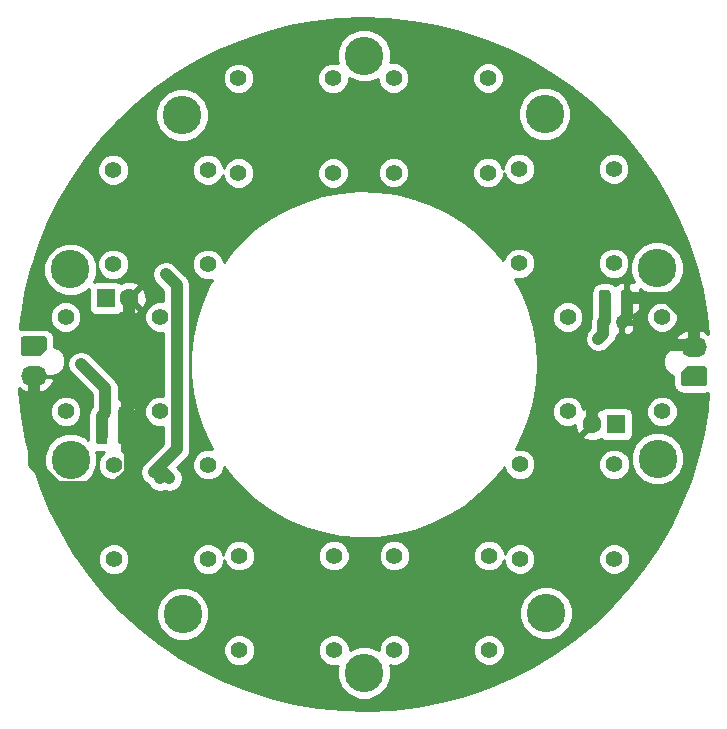
<source format=gbr>
G04 #@! TF.GenerationSoftware,KiCad,Pcbnew,(5.0.2)-1*
G04 #@! TF.CreationDate,2020-03-10T14:07:47-07:00*
G04 #@! TF.ProjectId,ring_illuminator,72696e67-5f69-46c6-9c75-6d696e61746f,rev?*
G04 #@! TF.SameCoordinates,Original*
G04 #@! TF.FileFunction,Copper,L2,Bot*
G04 #@! TF.FilePolarity,Positive*
%FSLAX46Y46*%
G04 Gerber Fmt 4.6, Leading zero omitted, Abs format (unit mm)*
G04 Created by KiCad (PCBNEW (5.0.2)-1) date 3/10/2020 2:07:47 PM*
%MOMM*%
%LPD*%
G01*
G04 APERTURE LIST*
G04 #@! TA.AperFunction,Conductor*
%ADD10C,0.100000*%
G04 #@! TD*
G04 #@! TA.AperFunction,SMDPad,CuDef*
%ADD11C,0.875000*%
G04 #@! TD*
G04 #@! TA.AperFunction,ComponentPad*
%ADD12C,1.600000*%
G04 #@! TD*
G04 #@! TA.AperFunction,ComponentPad*
%ADD13R,1.600000X1.600000*%
G04 #@! TD*
G04 #@! TA.AperFunction,SMDPad,CuDef*
%ADD14C,0.975000*%
G04 #@! TD*
G04 #@! TA.AperFunction,ComponentPad*
%ADD15O,2.200000X1.700000*%
G04 #@! TD*
G04 #@! TA.AperFunction,ComponentPad*
%ADD16C,1.417157*%
G04 #@! TD*
G04 #@! TA.AperFunction,ComponentPad*
%ADD17C,1.400000*%
G04 #@! TD*
G04 #@! TA.AperFunction,ComponentPad*
%ADD18C,3.260000*%
G04 #@! TD*
G04 #@! TA.AperFunction,ViaPad*
%ADD19C,0.800000*%
G04 #@! TD*
G04 #@! TA.AperFunction,Conductor*
%ADD20C,1.000000*%
G04 #@! TD*
G04 #@! TA.AperFunction,Conductor*
%ADD21C,0.254000*%
G04 #@! TD*
G04 APERTURE END LIST*
D10*
G04 #@! TO.N,PGND*
G04 #@! TO.C,C3*
G36*
X22084191Y4029947D02*
X22105426Y4026797D01*
X22126250Y4021581D01*
X22146462Y4014349D01*
X22165868Y4005170D01*
X22184281Y3994134D01*
X22201524Y3981346D01*
X22217430Y3966930D01*
X22231846Y3951024D01*
X22244634Y3933781D01*
X22255670Y3915368D01*
X22264849Y3895962D01*
X22272081Y3875750D01*
X22277297Y3854926D01*
X22280447Y3833691D01*
X22281500Y3812250D01*
X22281500Y3299750D01*
X22280447Y3278309D01*
X22277297Y3257074D01*
X22272081Y3236250D01*
X22264849Y3216038D01*
X22255670Y3196632D01*
X22244634Y3178219D01*
X22231846Y3160976D01*
X22217430Y3145070D01*
X22201524Y3130654D01*
X22184281Y3117866D01*
X22165868Y3106830D01*
X22146462Y3097651D01*
X22126250Y3090419D01*
X22105426Y3085203D01*
X22084191Y3082053D01*
X22062750Y3081000D01*
X21625250Y3081000D01*
X21603809Y3082053D01*
X21582574Y3085203D01*
X21561750Y3090419D01*
X21541538Y3097651D01*
X21522132Y3106830D01*
X21503719Y3117866D01*
X21486476Y3130654D01*
X21470570Y3145070D01*
X21456154Y3160976D01*
X21443366Y3178219D01*
X21432330Y3196632D01*
X21423151Y3216038D01*
X21415919Y3236250D01*
X21410703Y3257074D01*
X21407553Y3278309D01*
X21406500Y3299750D01*
X21406500Y3812250D01*
X21407553Y3833691D01*
X21410703Y3854926D01*
X21415919Y3875750D01*
X21423151Y3895962D01*
X21432330Y3915368D01*
X21443366Y3933781D01*
X21456154Y3951024D01*
X21470570Y3966930D01*
X21486476Y3981346D01*
X21503719Y3994134D01*
X21522132Y4005170D01*
X21541538Y4014349D01*
X21561750Y4021581D01*
X21582574Y4026797D01*
X21603809Y4029947D01*
X21625250Y4031000D01*
X22062750Y4031000D01*
X22084191Y4029947D01*
X22084191Y4029947D01*
G37*
D11*
G04 #@! TD*
G04 #@! TO.P,C3,2*
G04 #@! TO.N,PGND*
X21844000Y3556000D03*
D10*
G04 #@! TO.N,VLED1*
G04 #@! TO.C,C3*
G36*
X20509191Y4029947D02*
X20530426Y4026797D01*
X20551250Y4021581D01*
X20571462Y4014349D01*
X20590868Y4005170D01*
X20609281Y3994134D01*
X20626524Y3981346D01*
X20642430Y3966930D01*
X20656846Y3951024D01*
X20669634Y3933781D01*
X20680670Y3915368D01*
X20689849Y3895962D01*
X20697081Y3875750D01*
X20702297Y3854926D01*
X20705447Y3833691D01*
X20706500Y3812250D01*
X20706500Y3299750D01*
X20705447Y3278309D01*
X20702297Y3257074D01*
X20697081Y3236250D01*
X20689849Y3216038D01*
X20680670Y3196632D01*
X20669634Y3178219D01*
X20656846Y3160976D01*
X20642430Y3145070D01*
X20626524Y3130654D01*
X20609281Y3117866D01*
X20590868Y3106830D01*
X20571462Y3097651D01*
X20551250Y3090419D01*
X20530426Y3085203D01*
X20509191Y3082053D01*
X20487750Y3081000D01*
X20050250Y3081000D01*
X20028809Y3082053D01*
X20007574Y3085203D01*
X19986750Y3090419D01*
X19966538Y3097651D01*
X19947132Y3106830D01*
X19928719Y3117866D01*
X19911476Y3130654D01*
X19895570Y3145070D01*
X19881154Y3160976D01*
X19868366Y3178219D01*
X19857330Y3196632D01*
X19848151Y3216038D01*
X19840919Y3236250D01*
X19835703Y3257074D01*
X19832553Y3278309D01*
X19831500Y3299750D01*
X19831500Y3812250D01*
X19832553Y3833691D01*
X19835703Y3854926D01*
X19840919Y3875750D01*
X19848151Y3895962D01*
X19857330Y3915368D01*
X19868366Y3933781D01*
X19881154Y3951024D01*
X19895570Y3966930D01*
X19911476Y3981346D01*
X19928719Y3994134D01*
X19947132Y4005170D01*
X19966538Y4014349D01*
X19986750Y4021581D01*
X20007574Y4026797D01*
X20028809Y4029947D01*
X20050250Y4031000D01*
X20487750Y4031000D01*
X20509191Y4029947D01*
X20509191Y4029947D01*
G37*
D11*
G04 #@! TD*
G04 #@! TO.P,C3,1*
G04 #@! TO.N,VLED1*
X20269000Y3556000D03*
D10*
G04 #@! TO.N,VLED2*
G04 #@! TO.C,C4*
G36*
X-21654809Y-3590053D02*
X-21633574Y-3593203D01*
X-21612750Y-3598419D01*
X-21592538Y-3605651D01*
X-21573132Y-3614830D01*
X-21554719Y-3625866D01*
X-21537476Y-3638654D01*
X-21521570Y-3653070D01*
X-21507154Y-3668976D01*
X-21494366Y-3686219D01*
X-21483330Y-3704632D01*
X-21474151Y-3724038D01*
X-21466919Y-3744250D01*
X-21461703Y-3765074D01*
X-21458553Y-3786309D01*
X-21457500Y-3807750D01*
X-21457500Y-4320250D01*
X-21458553Y-4341691D01*
X-21461703Y-4362926D01*
X-21466919Y-4383750D01*
X-21474151Y-4403962D01*
X-21483330Y-4423368D01*
X-21494366Y-4441781D01*
X-21507154Y-4459024D01*
X-21521570Y-4474930D01*
X-21537476Y-4489346D01*
X-21554719Y-4502134D01*
X-21573132Y-4513170D01*
X-21592538Y-4522349D01*
X-21612750Y-4529581D01*
X-21633574Y-4534797D01*
X-21654809Y-4537947D01*
X-21676250Y-4539000D01*
X-22113750Y-4539000D01*
X-22135191Y-4537947D01*
X-22156426Y-4534797D01*
X-22177250Y-4529581D01*
X-22197462Y-4522349D01*
X-22216868Y-4513170D01*
X-22235281Y-4502134D01*
X-22252524Y-4489346D01*
X-22268430Y-4474930D01*
X-22282846Y-4459024D01*
X-22295634Y-4441781D01*
X-22306670Y-4423368D01*
X-22315849Y-4403962D01*
X-22323081Y-4383750D01*
X-22328297Y-4362926D01*
X-22331447Y-4341691D01*
X-22332500Y-4320250D01*
X-22332500Y-3807750D01*
X-22331447Y-3786309D01*
X-22328297Y-3765074D01*
X-22323081Y-3744250D01*
X-22315849Y-3724038D01*
X-22306670Y-3704632D01*
X-22295634Y-3686219D01*
X-22282846Y-3668976D01*
X-22268430Y-3653070D01*
X-22252524Y-3638654D01*
X-22235281Y-3625866D01*
X-22216868Y-3614830D01*
X-22197462Y-3605651D01*
X-22177250Y-3598419D01*
X-22156426Y-3593203D01*
X-22135191Y-3590053D01*
X-22113750Y-3589000D01*
X-21676250Y-3589000D01*
X-21654809Y-3590053D01*
X-21654809Y-3590053D01*
G37*
D11*
G04 #@! TD*
G04 #@! TO.P,C4,1*
G04 #@! TO.N,VLED2*
X-21895000Y-4064000D03*
D10*
G04 #@! TO.N,PGND*
G04 #@! TO.C,C4*
G36*
X-20079809Y-3590053D02*
X-20058574Y-3593203D01*
X-20037750Y-3598419D01*
X-20017538Y-3605651D01*
X-19998132Y-3614830D01*
X-19979719Y-3625866D01*
X-19962476Y-3638654D01*
X-19946570Y-3653070D01*
X-19932154Y-3668976D01*
X-19919366Y-3686219D01*
X-19908330Y-3704632D01*
X-19899151Y-3724038D01*
X-19891919Y-3744250D01*
X-19886703Y-3765074D01*
X-19883553Y-3786309D01*
X-19882500Y-3807750D01*
X-19882500Y-4320250D01*
X-19883553Y-4341691D01*
X-19886703Y-4362926D01*
X-19891919Y-4383750D01*
X-19899151Y-4403962D01*
X-19908330Y-4423368D01*
X-19919366Y-4441781D01*
X-19932154Y-4459024D01*
X-19946570Y-4474930D01*
X-19962476Y-4489346D01*
X-19979719Y-4502134D01*
X-19998132Y-4513170D01*
X-20017538Y-4522349D01*
X-20037750Y-4529581D01*
X-20058574Y-4534797D01*
X-20079809Y-4537947D01*
X-20101250Y-4539000D01*
X-20538750Y-4539000D01*
X-20560191Y-4537947D01*
X-20581426Y-4534797D01*
X-20602250Y-4529581D01*
X-20622462Y-4522349D01*
X-20641868Y-4513170D01*
X-20660281Y-4502134D01*
X-20677524Y-4489346D01*
X-20693430Y-4474930D01*
X-20707846Y-4459024D01*
X-20720634Y-4441781D01*
X-20731670Y-4423368D01*
X-20740849Y-4403962D01*
X-20748081Y-4383750D01*
X-20753297Y-4362926D01*
X-20756447Y-4341691D01*
X-20757500Y-4320250D01*
X-20757500Y-3807750D01*
X-20756447Y-3786309D01*
X-20753297Y-3765074D01*
X-20748081Y-3744250D01*
X-20740849Y-3724038D01*
X-20731670Y-3704632D01*
X-20720634Y-3686219D01*
X-20707846Y-3668976D01*
X-20693430Y-3653070D01*
X-20677524Y-3638654D01*
X-20660281Y-3625866D01*
X-20641868Y-3614830D01*
X-20622462Y-3605651D01*
X-20602250Y-3598419D01*
X-20581426Y-3593203D01*
X-20560191Y-3590053D01*
X-20538750Y-3589000D01*
X-20101250Y-3589000D01*
X-20079809Y-3590053D01*
X-20079809Y-3590053D01*
G37*
D11*
G04 #@! TD*
G04 #@! TO.P,C4,2*
G04 #@! TO.N,PGND*
X-20320000Y-4064000D03*
D12*
G04 #@! TO.P,C5,2*
G04 #@! TO.N,PGND*
X19336000Y-5080000D03*
D13*
G04 #@! TO.P,C5,1*
G04 #@! TO.N,VLED1*
X21336000Y-5080000D03*
G04 #@! TD*
G04 #@! TO.P,C6,1*
G04 #@! TO.N,VLED2*
X-21844000Y5588000D03*
D12*
G04 #@! TO.P,C6,2*
G04 #@! TO.N,PGND*
X-19844000Y5588000D03*
G04 #@! TD*
D10*
G04 #@! TO.N,VLED1*
G04 #@! TO.C,C1*
G36*
X20666142Y6286826D02*
X20689803Y6283316D01*
X20713007Y6277504D01*
X20735529Y6269446D01*
X20757153Y6259218D01*
X20777670Y6246921D01*
X20796883Y6232671D01*
X20814607Y6216607D01*
X20830671Y6198883D01*
X20844921Y6179670D01*
X20857218Y6159153D01*
X20867446Y6137529D01*
X20875504Y6115007D01*
X20881316Y6091803D01*
X20884826Y6068142D01*
X20886000Y6044250D01*
X20886000Y5131750D01*
X20884826Y5107858D01*
X20881316Y5084197D01*
X20875504Y5060993D01*
X20867446Y5038471D01*
X20857218Y5016847D01*
X20844921Y4996330D01*
X20830671Y4977117D01*
X20814607Y4959393D01*
X20796883Y4943329D01*
X20777670Y4929079D01*
X20757153Y4916782D01*
X20735529Y4906554D01*
X20713007Y4898496D01*
X20689803Y4892684D01*
X20666142Y4889174D01*
X20642250Y4888000D01*
X20154750Y4888000D01*
X20130858Y4889174D01*
X20107197Y4892684D01*
X20083993Y4898496D01*
X20061471Y4906554D01*
X20039847Y4916782D01*
X20019330Y4929079D01*
X20000117Y4943329D01*
X19982393Y4959393D01*
X19966329Y4977117D01*
X19952079Y4996330D01*
X19939782Y5016847D01*
X19929554Y5038471D01*
X19921496Y5060993D01*
X19915684Y5084197D01*
X19912174Y5107858D01*
X19911000Y5131750D01*
X19911000Y6044250D01*
X19912174Y6068142D01*
X19915684Y6091803D01*
X19921496Y6115007D01*
X19929554Y6137529D01*
X19939782Y6159153D01*
X19952079Y6179670D01*
X19966329Y6198883D01*
X19982393Y6216607D01*
X20000117Y6232671D01*
X20019330Y6246921D01*
X20039847Y6259218D01*
X20061471Y6269446D01*
X20083993Y6277504D01*
X20107197Y6283316D01*
X20130858Y6286826D01*
X20154750Y6288000D01*
X20642250Y6288000D01*
X20666142Y6286826D01*
X20666142Y6286826D01*
G37*
D14*
G04 #@! TD*
G04 #@! TO.P,C1,1*
G04 #@! TO.N,VLED1*
X20398500Y5588000D03*
D10*
G04 #@! TO.N,PGND*
G04 #@! TO.C,C1*
G36*
X22541142Y6286826D02*
X22564803Y6283316D01*
X22588007Y6277504D01*
X22610529Y6269446D01*
X22632153Y6259218D01*
X22652670Y6246921D01*
X22671883Y6232671D01*
X22689607Y6216607D01*
X22705671Y6198883D01*
X22719921Y6179670D01*
X22732218Y6159153D01*
X22742446Y6137529D01*
X22750504Y6115007D01*
X22756316Y6091803D01*
X22759826Y6068142D01*
X22761000Y6044250D01*
X22761000Y5131750D01*
X22759826Y5107858D01*
X22756316Y5084197D01*
X22750504Y5060993D01*
X22742446Y5038471D01*
X22732218Y5016847D01*
X22719921Y4996330D01*
X22705671Y4977117D01*
X22689607Y4959393D01*
X22671883Y4943329D01*
X22652670Y4929079D01*
X22632153Y4916782D01*
X22610529Y4906554D01*
X22588007Y4898496D01*
X22564803Y4892684D01*
X22541142Y4889174D01*
X22517250Y4888000D01*
X22029750Y4888000D01*
X22005858Y4889174D01*
X21982197Y4892684D01*
X21958993Y4898496D01*
X21936471Y4906554D01*
X21914847Y4916782D01*
X21894330Y4929079D01*
X21875117Y4943329D01*
X21857393Y4959393D01*
X21841329Y4977117D01*
X21827079Y4996330D01*
X21814782Y5016847D01*
X21804554Y5038471D01*
X21796496Y5060993D01*
X21790684Y5084197D01*
X21787174Y5107858D01*
X21786000Y5131750D01*
X21786000Y6044250D01*
X21787174Y6068142D01*
X21790684Y6091803D01*
X21796496Y6115007D01*
X21804554Y6137529D01*
X21814782Y6159153D01*
X21827079Y6179670D01*
X21841329Y6198883D01*
X21857393Y6216607D01*
X21875117Y6232671D01*
X21894330Y6246921D01*
X21914847Y6259218D01*
X21936471Y6269446D01*
X21958993Y6277504D01*
X21982197Y6283316D01*
X22005858Y6286826D01*
X22029750Y6288000D01*
X22517250Y6288000D01*
X22541142Y6286826D01*
X22541142Y6286826D01*
G37*
D14*
G04 #@! TD*
G04 #@! TO.P,C1,2*
G04 #@! TO.N,PGND*
X22273500Y5588000D03*
D10*
G04 #@! TO.N,VLED2*
G04 #@! TO.C,C2*
G36*
X-21927358Y-5397174D02*
X-21903697Y-5400684D01*
X-21880493Y-5406496D01*
X-21857971Y-5414554D01*
X-21836347Y-5424782D01*
X-21815830Y-5437079D01*
X-21796617Y-5451329D01*
X-21778893Y-5467393D01*
X-21762829Y-5485117D01*
X-21748579Y-5504330D01*
X-21736282Y-5524847D01*
X-21726054Y-5546471D01*
X-21717996Y-5568993D01*
X-21712184Y-5592197D01*
X-21708674Y-5615858D01*
X-21707500Y-5639750D01*
X-21707500Y-6552250D01*
X-21708674Y-6576142D01*
X-21712184Y-6599803D01*
X-21717996Y-6623007D01*
X-21726054Y-6645529D01*
X-21736282Y-6667153D01*
X-21748579Y-6687670D01*
X-21762829Y-6706883D01*
X-21778893Y-6724607D01*
X-21796617Y-6740671D01*
X-21815830Y-6754921D01*
X-21836347Y-6767218D01*
X-21857971Y-6777446D01*
X-21880493Y-6785504D01*
X-21903697Y-6791316D01*
X-21927358Y-6794826D01*
X-21951250Y-6796000D01*
X-22438750Y-6796000D01*
X-22462642Y-6794826D01*
X-22486303Y-6791316D01*
X-22509507Y-6785504D01*
X-22532029Y-6777446D01*
X-22553653Y-6767218D01*
X-22574170Y-6754921D01*
X-22593383Y-6740671D01*
X-22611107Y-6724607D01*
X-22627171Y-6706883D01*
X-22641421Y-6687670D01*
X-22653718Y-6667153D01*
X-22663946Y-6645529D01*
X-22672004Y-6623007D01*
X-22677816Y-6599803D01*
X-22681326Y-6576142D01*
X-22682500Y-6552250D01*
X-22682500Y-5639750D01*
X-22681326Y-5615858D01*
X-22677816Y-5592197D01*
X-22672004Y-5568993D01*
X-22663946Y-5546471D01*
X-22653718Y-5524847D01*
X-22641421Y-5504330D01*
X-22627171Y-5485117D01*
X-22611107Y-5467393D01*
X-22593383Y-5451329D01*
X-22574170Y-5437079D01*
X-22553653Y-5424782D01*
X-22532029Y-5414554D01*
X-22509507Y-5406496D01*
X-22486303Y-5400684D01*
X-22462642Y-5397174D01*
X-22438750Y-5396000D01*
X-21951250Y-5396000D01*
X-21927358Y-5397174D01*
X-21927358Y-5397174D01*
G37*
D14*
G04 #@! TD*
G04 #@! TO.P,C2,1*
G04 #@! TO.N,VLED2*
X-22195000Y-6096000D03*
D10*
G04 #@! TO.N,PGND*
G04 #@! TO.C,C2*
G36*
X-20052358Y-5397174D02*
X-20028697Y-5400684D01*
X-20005493Y-5406496D01*
X-19982971Y-5414554D01*
X-19961347Y-5424782D01*
X-19940830Y-5437079D01*
X-19921617Y-5451329D01*
X-19903893Y-5467393D01*
X-19887829Y-5485117D01*
X-19873579Y-5504330D01*
X-19861282Y-5524847D01*
X-19851054Y-5546471D01*
X-19842996Y-5568993D01*
X-19837184Y-5592197D01*
X-19833674Y-5615858D01*
X-19832500Y-5639750D01*
X-19832500Y-6552250D01*
X-19833674Y-6576142D01*
X-19837184Y-6599803D01*
X-19842996Y-6623007D01*
X-19851054Y-6645529D01*
X-19861282Y-6667153D01*
X-19873579Y-6687670D01*
X-19887829Y-6706883D01*
X-19903893Y-6724607D01*
X-19921617Y-6740671D01*
X-19940830Y-6754921D01*
X-19961347Y-6767218D01*
X-19982971Y-6777446D01*
X-20005493Y-6785504D01*
X-20028697Y-6791316D01*
X-20052358Y-6794826D01*
X-20076250Y-6796000D01*
X-20563750Y-6796000D01*
X-20587642Y-6794826D01*
X-20611303Y-6791316D01*
X-20634507Y-6785504D01*
X-20657029Y-6777446D01*
X-20678653Y-6767218D01*
X-20699170Y-6754921D01*
X-20718383Y-6740671D01*
X-20736107Y-6724607D01*
X-20752171Y-6706883D01*
X-20766421Y-6687670D01*
X-20778718Y-6667153D01*
X-20788946Y-6645529D01*
X-20797004Y-6623007D01*
X-20802816Y-6599803D01*
X-20806326Y-6576142D01*
X-20807500Y-6552250D01*
X-20807500Y-5639750D01*
X-20806326Y-5615858D01*
X-20802816Y-5592197D01*
X-20797004Y-5568993D01*
X-20788946Y-5546471D01*
X-20778718Y-5524847D01*
X-20766421Y-5504330D01*
X-20752171Y-5485117D01*
X-20736107Y-5467393D01*
X-20718383Y-5451329D01*
X-20699170Y-5437079D01*
X-20678653Y-5424782D01*
X-20657029Y-5414554D01*
X-20634507Y-5406496D01*
X-20611303Y-5400684D01*
X-20587642Y-5397174D01*
X-20563750Y-5396000D01*
X-20076250Y-5396000D01*
X-20052358Y-5397174D01*
X-20052358Y-5397174D01*
G37*
D14*
G04 #@! TD*
G04 #@! TO.P,C2,2*
G04 #@! TO.N,PGND*
X-20320000Y-6096000D03*
D15*
G04 #@! TO.P,J1,2*
G04 #@! TO.N,PGND*
X-27940000Y-976000D03*
D16*
G04 #@! TO.P,J1,1*
G04 #@! TO.N,VLED2*
X-27940000Y1524000D03*
D10*
G04 #@! TD*
G04 #@! TO.N,VLED2*
G04 #@! TO.C,J1*
G36*
X-28838773Y678804D02*
X-28885671Y693030D01*
X-28928893Y716133D01*
X-28966777Y747223D01*
X-28997867Y785107D01*
X-29020970Y828329D01*
X-29035196Y875227D01*
X-29040000Y924000D01*
X-29040000Y2124000D01*
X-29035196Y2172773D01*
X-29020970Y2219671D01*
X-28997867Y2262893D01*
X-28966777Y2300777D01*
X-28928893Y2331867D01*
X-28885671Y2354970D01*
X-28838773Y2369196D01*
X-28790000Y2374000D01*
X-27090000Y2374000D01*
X-27041227Y2369196D01*
X-26994329Y2354970D01*
X-26951107Y2331867D01*
X-26913223Y2300777D01*
X-26882133Y2262893D01*
X-26859030Y2219671D01*
X-26844804Y2172773D01*
X-26840000Y2124000D01*
X-26840000Y1324000D01*
X-26844804Y1275227D01*
X-26859030Y1228329D01*
X-26882133Y1185107D01*
X-26913223Y1147223D01*
X-27313223Y747223D01*
X-27351107Y716133D01*
X-27394329Y693030D01*
X-27441227Y678804D01*
X-27490000Y674000D01*
X-28790000Y674000D01*
X-28838773Y678804D01*
X-28838773Y678804D01*
G37*
D16*
G04 #@! TO.P,J2,1*
G04 #@! TO.N,VLED1*
X27940000Y-1016000D03*
D10*
G04 #@! TD*
G04 #@! TO.N,VLED1*
G04 #@! TO.C,J2*
G36*
X28838773Y-170804D02*
X28885671Y-185030D01*
X28928893Y-208133D01*
X28966777Y-239223D01*
X28997867Y-277107D01*
X29020970Y-320329D01*
X29035196Y-367227D01*
X29040000Y-416000D01*
X29040000Y-1616000D01*
X29035196Y-1664773D01*
X29020970Y-1711671D01*
X28997867Y-1754893D01*
X28966777Y-1792777D01*
X28928893Y-1823867D01*
X28885671Y-1846970D01*
X28838773Y-1861196D01*
X28790000Y-1866000D01*
X27090000Y-1866000D01*
X27041227Y-1861196D01*
X26994329Y-1846970D01*
X26951107Y-1823867D01*
X26913223Y-1792777D01*
X26882133Y-1754893D01*
X26859030Y-1711671D01*
X26844804Y-1664773D01*
X26840000Y-1616000D01*
X26840000Y-816000D01*
X26844804Y-767227D01*
X26859030Y-720329D01*
X26882133Y-677107D01*
X26913223Y-639223D01*
X27313223Y-239223D01*
X27351107Y-208133D01*
X27394329Y-185030D01*
X27441227Y-170804D01*
X27490000Y-166000D01*
X28790000Y-166000D01*
X28838773Y-170804D01*
X28838773Y-170804D01*
G37*
D15*
G04 #@! TO.P,J2,2*
G04 #@! TO.N,PGND*
X27940000Y1484000D03*
G04 #@! TD*
D17*
G04 #@! TO.P,D4,*
G04 #@! TO.N,*
X-10547000Y-24216000D03*
X-2547000Y-24216000D03*
X-2547000Y-16216000D03*
X-10547000Y-16216000D03*
G04 #@! TD*
G04 #@! TO.P,D9,*
G04 #@! TO.N,*
X2515000Y16227000D03*
X10515000Y16227000D03*
X10515000Y24227000D03*
X2515000Y24227000D03*
G04 #@! TD*
G04 #@! TO.P,D8,*
G04 #@! TO.N,*
X-10612000Y16195000D03*
X-2612000Y16195000D03*
X-2612000Y24195000D03*
X-10612000Y24195000D03*
G04 #@! TD*
G04 #@! TO.P,D3,*
G04 #@! TO.N,*
X2579000Y-24206000D03*
X10579000Y-24206000D03*
X10579000Y-16206000D03*
X2579000Y-16206000D03*
G04 #@! TD*
G04 #@! TO.P,D2,*
G04 #@! TO.N,*
X13196000Y-16485000D03*
X21196000Y-16485000D03*
X21196000Y-8485000D03*
X13196000Y-8485000D03*
G04 #@! TD*
G04 #@! TO.P,D1,*
G04 #@! TO.N,*
X17250000Y-4000000D03*
X25250000Y-4000000D03*
X25250000Y4000000D03*
X17250000Y4000000D03*
G04 #@! TD*
G04 #@! TO.P,D5,*
G04 #@! TO.N,*
X-21176000Y-16512000D03*
X-13176000Y-16512000D03*
X-13176000Y-8512000D03*
X-21176000Y-8512000D03*
G04 #@! TD*
G04 #@! TO.P,D6,*
G04 #@! TO.N,*
X-25250000Y-4000000D03*
X-17250000Y-4000000D03*
X-17250000Y4000000D03*
X-25250000Y4000000D03*
G04 #@! TD*
G04 #@! TO.P,D7,*
G04 #@! TO.N,*
X-21216000Y8458000D03*
X-13216000Y8458000D03*
X-13216000Y16458000D03*
X-21216000Y16458000D03*
G04 #@! TD*
G04 #@! TO.P,D10,*
G04 #@! TO.N,*
X13156000Y8540000D03*
X21156000Y8540000D03*
X21156000Y16540000D03*
X13156000Y16540000D03*
G04 #@! TD*
D18*
G04 #@! TO.P,J11,1*
G04 #@! TO.N,Net-(J11-Pad1)*
X-24835000Y-8109000D03*
G04 #@! TD*
G04 #@! TO.P,J10,1*
G04 #@! TO.N,Net-(J10-Pad1)*
X0Y-26125000D03*
G04 #@! TD*
G04 #@! TO.P,J9,1*
G04 #@! TO.N,Net-(J9-Pad1)*
X0Y26125000D03*
G04 #@! TD*
G04 #@! TO.P,J8,1*
G04 #@! TO.N,Net-(J8-Pad1)*
X-15400000Y21104000D03*
G04 #@! TD*
G04 #@! TO.P,J7,1*
G04 #@! TO.N,Net-(J7-Pad1)*
X15433000Y-21079000D03*
G04 #@! TD*
G04 #@! TO.P,J6,1*
G04 #@! TO.N,Net-(J6-Pad1)*
X-24860500Y8029500D03*
G04 #@! TD*
G04 #@! TO.P,J5,1*
G04 #@! TO.N,Net-(J5-Pad1)*
X15299000Y21177000D03*
G04 #@! TD*
G04 #@! TO.P,J4,1*
G04 #@! TO.N,Net-(J4-Pad1)*
X-15332000Y-21153000D03*
G04 #@! TD*
G04 #@! TO.P,J3,1*
G04 #@! TO.N,Net-(J3-Pad1)*
X24873000Y-7990000D03*
G04 #@! TD*
G04 #@! TO.P,J12,1*
G04 #@! TO.N,Net-(J12-Pad1)*
X24821000Y8148000D03*
G04 #@! TD*
D19*
G04 #@! TO.N,VLED2*
X-23950000Y0D03*
G04 #@! TO.N,VLED1*
X19850000Y2160002D03*
G04 #@! TO.N,Net-(D5-Pad1)*
X-17272000Y-8636000D03*
X-16764000Y7620000D03*
X-17272000Y-9652000D03*
X-16475998Y-9652000D03*
X-17780000Y-9144000D03*
G04 #@! TD*
D20*
G04 #@! TO.N,PGND*
X22273500Y3985500D02*
X21844000Y3556000D01*
X22273500Y5588000D02*
X22273500Y3985500D01*
X27940000Y3334000D02*
X27940000Y1484000D01*
X27940000Y3382002D02*
X27940000Y3334000D01*
X25734002Y5588000D02*
X27940000Y3382002D01*
X22273500Y5588000D02*
X25734002Y5588000D01*
X27839999Y1584001D02*
X27940000Y1484000D01*
X24868631Y1584001D02*
X27839999Y1584001D01*
X19336000Y-3948630D02*
X24868631Y1584001D01*
X19336000Y-5080000D02*
X19336000Y-3948630D01*
X-20320000Y-6096000D02*
X-20320000Y-4064000D01*
X-27940000Y-2826000D02*
X-27940000Y-976000D01*
X-25953401Y-10439001D02*
X-27940000Y-8452402D01*
X-21030999Y-10439001D02*
X-25953401Y-10439001D01*
X-19775999Y-9184001D02*
X-21030999Y-10439001D01*
X-27940000Y-8452402D02*
X-27940000Y-2826000D01*
X-19775999Y-4608001D02*
X-19775999Y-9184001D01*
X-20320000Y-4064000D02*
X-19775999Y-4608001D01*
X-19844000Y-3588000D02*
X-20320000Y-4064000D01*
X-19844000Y5588000D02*
X-19844000Y-3588000D01*
G04 #@! TO.N,VLED2*
X-22195000Y-4364000D02*
X-21895000Y-4064000D01*
X-22195000Y-6096000D02*
X-22195000Y-4364000D01*
X-21895000Y-4064000D02*
X-21895000Y-2055000D01*
X-21895000Y-2055000D02*
X-23950000Y0D01*
G04 #@! TO.N,VLED1*
X20398500Y3685500D02*
X20269000Y3556000D01*
X20398500Y5588000D02*
X20398500Y3685500D01*
X20269000Y3556000D02*
X20269000Y2579002D01*
X20269000Y2579002D02*
X19850000Y2160002D01*
G04 #@! TO.N,Net-(D5-Pad1)*
X-15849999Y6705999D02*
X-16764000Y7620000D01*
X-17272000Y-8636000D02*
X-15849999Y-7213999D01*
X-15849999Y-7213999D02*
X-15849999Y6705999D01*
X-17272000Y-9652000D02*
X-17272000Y-8636000D01*
X-17780000Y-9144000D02*
X-17272000Y-8636000D01*
X-17272000Y-8855998D02*
X-16475998Y-9652000D01*
X-17272000Y-8636000D02*
X-17272000Y-8855998D01*
G04 #@! TD*
D21*
G04 #@! TO.N,PGND*
G36*
X1992168Y29222173D02*
X4076380Y29004952D01*
X6139728Y28639271D01*
X8171649Y28127002D01*
X10161745Y27470767D01*
X12099829Y26673924D01*
X13975980Y25740553D01*
X15780596Y24675431D01*
X17504441Y23484009D01*
X19138689Y22172385D01*
X20674978Y20747274D01*
X22105444Y19215969D01*
X23422764Y17586308D01*
X24620196Y15866633D01*
X25691611Y14065746D01*
X26631526Y12192864D01*
X27435128Y10257574D01*
X28098306Y8269781D01*
X28617665Y6239660D01*
X28990546Y4177601D01*
X29162090Y2585571D01*
X28863774Y2818907D01*
X28301639Y2975135D01*
X28067000Y2815491D01*
X28067000Y1611000D01*
X28087000Y1611000D01*
X28087000Y1357000D01*
X28067000Y1357000D01*
X28067000Y1337000D01*
X27813000Y1337000D01*
X27813000Y1357000D01*
X27246706Y1357000D01*
X26855602Y1519000D01*
X26344398Y1519000D01*
X25872106Y1323371D01*
X25510629Y961894D01*
X25315000Y489602D01*
X25315000Y-21602D01*
X25510629Y-493894D01*
X25872106Y-855371D01*
X26192560Y-988107D01*
X26192560Y-1616000D01*
X26195678Y-1679464D01*
X26200482Y-1728237D01*
X26225241Y-1852711D01*
X26239467Y-1899609D01*
X26288041Y-2016876D01*
X26311144Y-2060098D01*
X26381651Y-2165620D01*
X26412741Y-2203504D01*
X26502496Y-2293259D01*
X26540380Y-2324349D01*
X26645902Y-2394856D01*
X26689124Y-2417959D01*
X26806391Y-2466533D01*
X26853289Y-2480759D01*
X26977763Y-2505518D01*
X27026536Y-2510322D01*
X27090000Y-2513440D01*
X28790000Y-2513440D01*
X28853464Y-2510322D01*
X28902237Y-2505518D01*
X29026711Y-2480759D01*
X29073609Y-2466533D01*
X29172165Y-2425710D01*
X29046048Y-3772423D01*
X28701995Y-5839487D01*
X28211032Y-7876662D01*
X27575672Y-9873520D01*
X26799169Y-11819842D01*
X25885495Y-13705664D01*
X24839329Y-15521335D01*
X23666024Y-17257561D01*
X22371586Y-18905456D01*
X20962640Y-20456584D01*
X19446399Y-21903006D01*
X17830622Y-23237319D01*
X16123581Y-24452694D01*
X14334012Y-25542909D01*
X12471075Y-26502384D01*
X10544307Y-27326209D01*
X8563567Y-28010166D01*
X6538996Y-28550755D01*
X4480955Y-28945209D01*
X2399979Y-29191509D01*
X306719Y-29288394D01*
X-1788112Y-29235368D01*
X-3873790Y-29032703D01*
X-5939640Y-28681436D01*
X-7975088Y-28183365D01*
X-9969717Y-27541039D01*
X-11913316Y-26757746D01*
X-13795938Y-25837496D01*
X-15607946Y-24784998D01*
X-16833640Y-23950452D01*
X-11882000Y-23950452D01*
X-11882000Y-24481548D01*
X-11678758Y-24972217D01*
X-11303217Y-25347758D01*
X-10812548Y-25551000D01*
X-10281452Y-25551000D01*
X-9790783Y-25347758D01*
X-9415242Y-24972217D01*
X-9212000Y-24481548D01*
X-9212000Y-23950452D01*
X-3882000Y-23950452D01*
X-3882000Y-24481548D01*
X-3678758Y-24972217D01*
X-3303217Y-25347758D01*
X-2812548Y-25551000D01*
X-2281452Y-25551000D01*
X-2199861Y-25517204D01*
X-2265000Y-25674463D01*
X-2265000Y-26575537D01*
X-1920174Y-27408019D01*
X-1283019Y-28045174D01*
X-450537Y-28390000D01*
X450537Y-28390000D01*
X1283019Y-28045174D01*
X1920174Y-27408019D01*
X2265000Y-26575537D01*
X2265000Y-25674463D01*
X2188234Y-25489133D01*
X2313452Y-25541000D01*
X2844548Y-25541000D01*
X3335217Y-25337758D01*
X3710758Y-24962217D01*
X3914000Y-24471548D01*
X3914000Y-23940452D01*
X9244000Y-23940452D01*
X9244000Y-24471548D01*
X9447242Y-24962217D01*
X9822783Y-25337758D01*
X10313452Y-25541000D01*
X10844548Y-25541000D01*
X11335217Y-25337758D01*
X11710758Y-24962217D01*
X11914000Y-24471548D01*
X11914000Y-23940452D01*
X11710758Y-23449783D01*
X11335217Y-23074242D01*
X10844548Y-22871000D01*
X10313452Y-22871000D01*
X9822783Y-23074242D01*
X9447242Y-23449783D01*
X9244000Y-23940452D01*
X3914000Y-23940452D01*
X3710758Y-23449783D01*
X3335217Y-23074242D01*
X2844548Y-22871000D01*
X2313452Y-22871000D01*
X1822783Y-23074242D01*
X1447242Y-23449783D01*
X1244000Y-23940452D01*
X1244000Y-24188664D01*
X450537Y-23860000D01*
X-450537Y-23860000D01*
X-1212000Y-24175409D01*
X-1212000Y-23950452D01*
X-1415242Y-23459783D01*
X-1790783Y-23084242D01*
X-2281452Y-22881000D01*
X-2812548Y-22881000D01*
X-3303217Y-23084242D01*
X-3678758Y-23459783D01*
X-3882000Y-23950452D01*
X-9212000Y-23950452D01*
X-9415242Y-23459783D01*
X-9790783Y-23084242D01*
X-10281452Y-22881000D01*
X-10812548Y-22881000D01*
X-11303217Y-23084242D01*
X-11678758Y-23459783D01*
X-11882000Y-23950452D01*
X-16833640Y-23950452D01*
X-17340066Y-23605639D01*
X-18983432Y-22305457D01*
X-20529632Y-20891106D01*
X-20708334Y-20702463D01*
X-17597000Y-20702463D01*
X-17597000Y-21603537D01*
X-17252174Y-22436019D01*
X-16615019Y-23073174D01*
X-15782537Y-23418000D01*
X-14881463Y-23418000D01*
X-14048981Y-23073174D01*
X-13411826Y-22436019D01*
X-13067000Y-21603537D01*
X-13067000Y-20702463D01*
X-13097651Y-20628463D01*
X13168000Y-20628463D01*
X13168000Y-21529537D01*
X13512826Y-22362019D01*
X14149981Y-22999174D01*
X14982463Y-23344000D01*
X15883537Y-23344000D01*
X16716019Y-22999174D01*
X17353174Y-22362019D01*
X17698000Y-21529537D01*
X17698000Y-20628463D01*
X17353174Y-19795981D01*
X16716019Y-19158826D01*
X15883537Y-18814000D01*
X14982463Y-18814000D01*
X14149981Y-19158826D01*
X13512826Y-19795981D01*
X13168000Y-20628463D01*
X-13097651Y-20628463D01*
X-13411826Y-19869981D01*
X-14048981Y-19232826D01*
X-14881463Y-18888000D01*
X-15782537Y-18888000D01*
X-16615019Y-19232826D01*
X-17252174Y-19869981D01*
X-17597000Y-20702463D01*
X-20708334Y-20702463D01*
X-21970753Y-19369825D01*
X-23299418Y-17749400D01*
X-24361597Y-16246452D01*
X-22511000Y-16246452D01*
X-22511000Y-16777548D01*
X-22307758Y-17268217D01*
X-21932217Y-17643758D01*
X-21441548Y-17847000D01*
X-20910452Y-17847000D01*
X-20419783Y-17643758D01*
X-20044242Y-17268217D01*
X-19841000Y-16777548D01*
X-19841000Y-16246452D01*
X-14511000Y-16246452D01*
X-14511000Y-16777548D01*
X-14307758Y-17268217D01*
X-13932217Y-17643758D01*
X-13441548Y-17847000D01*
X-12910452Y-17847000D01*
X-12419783Y-17643758D01*
X-12044242Y-17268217D01*
X-11841000Y-16777548D01*
X-11841000Y-16580531D01*
X-11678758Y-16972217D01*
X-11303217Y-17347758D01*
X-10812548Y-17551000D01*
X-10281452Y-17551000D01*
X-9790783Y-17347758D01*
X-9415242Y-16972217D01*
X-9212000Y-16481548D01*
X-9212000Y-15950452D01*
X-3882000Y-15950452D01*
X-3882000Y-16481548D01*
X-3678758Y-16972217D01*
X-3303217Y-17347758D01*
X-2812548Y-17551000D01*
X-2281452Y-17551000D01*
X-1790783Y-17347758D01*
X-1415242Y-16972217D01*
X-1212000Y-16481548D01*
X-1212000Y-15950452D01*
X-1216142Y-15940452D01*
X1244000Y-15940452D01*
X1244000Y-16471548D01*
X1447242Y-16962217D01*
X1822783Y-17337758D01*
X2313452Y-17541000D01*
X2844548Y-17541000D01*
X3335217Y-17337758D01*
X3710758Y-16962217D01*
X3914000Y-16471548D01*
X3914000Y-15940452D01*
X9244000Y-15940452D01*
X9244000Y-16471548D01*
X9447242Y-16962217D01*
X9822783Y-17337758D01*
X10313452Y-17541000D01*
X10844548Y-17541000D01*
X11335217Y-17337758D01*
X11710758Y-16962217D01*
X11861000Y-16599501D01*
X11861000Y-16750548D01*
X12064242Y-17241217D01*
X12439783Y-17616758D01*
X12930452Y-17820000D01*
X13461548Y-17820000D01*
X13952217Y-17616758D01*
X14327758Y-17241217D01*
X14531000Y-16750548D01*
X14531000Y-16219452D01*
X19861000Y-16219452D01*
X19861000Y-16750548D01*
X20064242Y-17241217D01*
X20439783Y-17616758D01*
X20930452Y-17820000D01*
X21461548Y-17820000D01*
X21952217Y-17616758D01*
X22327758Y-17241217D01*
X22531000Y-16750548D01*
X22531000Y-16219452D01*
X22327758Y-15728783D01*
X21952217Y-15353242D01*
X21461548Y-15150000D01*
X20930452Y-15150000D01*
X20439783Y-15353242D01*
X20064242Y-15728783D01*
X19861000Y-16219452D01*
X14531000Y-16219452D01*
X14327758Y-15728783D01*
X13952217Y-15353242D01*
X13461548Y-15150000D01*
X12930452Y-15150000D01*
X12439783Y-15353242D01*
X12064242Y-15728783D01*
X11914000Y-16091499D01*
X11914000Y-15940452D01*
X11710758Y-15449783D01*
X11335217Y-15074242D01*
X10844548Y-14871000D01*
X10313452Y-14871000D01*
X9822783Y-15074242D01*
X9447242Y-15449783D01*
X9244000Y-15940452D01*
X3914000Y-15940452D01*
X3710758Y-15449783D01*
X3335217Y-15074242D01*
X2844548Y-14871000D01*
X2313452Y-14871000D01*
X1822783Y-15074242D01*
X1447242Y-15449783D01*
X1244000Y-15940452D01*
X-1216142Y-15940452D01*
X-1415242Y-15459783D01*
X-1790783Y-15084242D01*
X-2281452Y-14881000D01*
X-2812548Y-14881000D01*
X-3303217Y-15084242D01*
X-3678758Y-15459783D01*
X-3882000Y-15950452D01*
X-9212000Y-15950452D01*
X-9415242Y-15459783D01*
X-9790783Y-15084242D01*
X-10281452Y-14881000D01*
X-10812548Y-14881000D01*
X-11303217Y-15084242D01*
X-11678758Y-15459783D01*
X-11882000Y-15950452D01*
X-11882000Y-16147469D01*
X-12044242Y-15755783D01*
X-12419783Y-15380242D01*
X-12910452Y-15177000D01*
X-13441548Y-15177000D01*
X-13932217Y-15380242D01*
X-14307758Y-15755783D01*
X-14511000Y-16246452D01*
X-19841000Y-16246452D01*
X-20044242Y-15755783D01*
X-20419783Y-15380242D01*
X-20910452Y-15177000D01*
X-21441548Y-15177000D01*
X-21932217Y-15380242D01*
X-22307758Y-15755783D01*
X-22511000Y-16246452D01*
X-24361597Y-16246452D01*
X-24508827Y-16038127D01*
X-25592788Y-14244763D01*
X-26545755Y-12378489D01*
X-27362849Y-10448856D01*
X-28039888Y-8465741D01*
X-28252426Y-7658463D01*
X-27100000Y-7658463D01*
X-27100000Y-8559537D01*
X-26755174Y-9392019D01*
X-26118019Y-10029174D01*
X-25285537Y-10374000D01*
X-24384463Y-10374000D01*
X-23551981Y-10029174D01*
X-22914826Y-9392019D01*
X-22570000Y-8559537D01*
X-22570000Y-7658463D01*
X-22678848Y-7395681D01*
X-22438750Y-7443440D01*
X-21995415Y-7443440D01*
X-22307758Y-7755783D01*
X-22511000Y-8246452D01*
X-22511000Y-8777548D01*
X-22307758Y-9268217D01*
X-21932217Y-9643758D01*
X-21441548Y-9847000D01*
X-20910452Y-9847000D01*
X-20419783Y-9643758D01*
X-20044242Y-9268217D01*
X-19992790Y-9144000D01*
X-18937235Y-9144000D01*
X-18849146Y-9586854D01*
X-18598288Y-9962288D01*
X-18293765Y-10165764D01*
X-18090289Y-10470289D01*
X-17714855Y-10721146D01*
X-17272000Y-10809235D01*
X-16873999Y-10730068D01*
X-16475998Y-10809235D01*
X-16033144Y-10721146D01*
X-15657710Y-10470288D01*
X-15406852Y-10094854D01*
X-15318763Y-9652000D01*
X-15406852Y-9209145D01*
X-15594390Y-8928476D01*
X-15776867Y-8745999D01*
X-15126478Y-8095610D01*
X-15031710Y-8032288D01*
X-14780853Y-7656854D01*
X-14744887Y-7476040D01*
X-14692764Y-7214000D01*
X-14714999Y-7102217D01*
X-14714999Y770909D01*
X-14709813Y770909D01*
X-14708445Y-796581D01*
X-14540517Y-2355050D01*
X-14207931Y-3886850D01*
X-13714452Y-5374635D01*
X-13065670Y-6801557D01*
X-12822597Y-7213391D01*
X-12910452Y-7177000D01*
X-13441548Y-7177000D01*
X-13932217Y-7380242D01*
X-14307758Y-7755783D01*
X-14511000Y-8246452D01*
X-14511000Y-8777548D01*
X-14307758Y-9268217D01*
X-13932217Y-9643758D01*
X-13441548Y-9847000D01*
X-12910452Y-9847000D01*
X-12419783Y-9643758D01*
X-12044242Y-9268217D01*
X-11841000Y-8777548D01*
X-11841000Y-8726616D01*
X-11333255Y-9409050D01*
X-10269242Y-10560093D01*
X-9088938Y-11591553D01*
X-7805711Y-12491748D01*
X-6434090Y-13250486D01*
X-4989610Y-13859174D01*
X-3488626Y-14310919D01*
X-1948137Y-14600605D01*
X-385586Y-14724952D01*
X1181330Y-14682553D01*
X2734869Y-14473886D01*
X4257438Y-14101316D01*
X5731796Y-13569061D01*
X7141246Y-12883148D01*
X8469827Y-12051345D01*
X9702496Y-11083072D01*
X10825292Y-9989292D01*
X11825501Y-8782392D01*
X11861000Y-8728860D01*
X11861000Y-8750548D01*
X12064242Y-9241217D01*
X12439783Y-9616758D01*
X12930452Y-9820000D01*
X13461548Y-9820000D01*
X13952217Y-9616758D01*
X14327758Y-9241217D01*
X14531000Y-8750548D01*
X14531000Y-8219452D01*
X19861000Y-8219452D01*
X19861000Y-8750548D01*
X20064242Y-9241217D01*
X20439783Y-9616758D01*
X20930452Y-9820000D01*
X21461548Y-9820000D01*
X21952217Y-9616758D01*
X22327758Y-9241217D01*
X22531000Y-8750548D01*
X22531000Y-8219452D01*
X22327758Y-7728783D01*
X22138438Y-7539463D01*
X22608000Y-7539463D01*
X22608000Y-8440537D01*
X22952826Y-9273019D01*
X23589981Y-9910174D01*
X24422463Y-10255000D01*
X25323537Y-10255000D01*
X26156019Y-9910174D01*
X26793174Y-9273019D01*
X27138000Y-8440537D01*
X27138000Y-7539463D01*
X26793174Y-6706981D01*
X26156019Y-6069826D01*
X25323537Y-5725000D01*
X24422463Y-5725000D01*
X23589981Y-6069826D01*
X22952826Y-6706981D01*
X22608000Y-7539463D01*
X22138438Y-7539463D01*
X21952217Y-7353242D01*
X21461548Y-7150000D01*
X20930452Y-7150000D01*
X20439783Y-7353242D01*
X20064242Y-7728783D01*
X19861000Y-8219452D01*
X14531000Y-8219452D01*
X14327758Y-7728783D01*
X13952217Y-7353242D01*
X13461548Y-7150000D01*
X12930452Y-7150000D01*
X12842166Y-7186569D01*
X13414370Y-6085028D01*
X13985037Y-4625109D01*
X14227858Y-3734452D01*
X15915000Y-3734452D01*
X15915000Y-4265548D01*
X16118242Y-4756217D01*
X16493783Y-5131758D01*
X16984452Y-5335000D01*
X17515548Y-5335000D01*
X17903859Y-5174156D01*
X17916222Y-5433454D01*
X18082136Y-5834005D01*
X18328255Y-5908139D01*
X19156395Y-5080000D01*
X19142252Y-5065858D01*
X19321858Y-4886252D01*
X19336000Y-4900395D01*
X19350142Y-4886252D01*
X19529748Y-5065858D01*
X19515605Y-5080000D01*
X19529748Y-5094143D01*
X19350142Y-5273748D01*
X19336000Y-5259605D01*
X18507861Y-6087745D01*
X18581995Y-6333864D01*
X19119223Y-6526965D01*
X19689454Y-6499778D01*
X20079067Y-6338395D01*
X20288235Y-6478157D01*
X20536000Y-6527440D01*
X22136000Y-6527440D01*
X22383765Y-6478157D01*
X22593809Y-6337809D01*
X22734157Y-6127765D01*
X22783440Y-5880000D01*
X22783440Y-4280000D01*
X22734157Y-4032235D01*
X22593809Y-3822191D01*
X22462500Y-3734452D01*
X23915000Y-3734452D01*
X23915000Y-4265548D01*
X24118242Y-4756217D01*
X24493783Y-5131758D01*
X24984452Y-5335000D01*
X25515548Y-5335000D01*
X26006217Y-5131758D01*
X26381758Y-4756217D01*
X26585000Y-4265548D01*
X26585000Y-3734452D01*
X26381758Y-3243783D01*
X26006217Y-2868242D01*
X25515548Y-2665000D01*
X24984452Y-2665000D01*
X24493783Y-2868242D01*
X24118242Y-3243783D01*
X23915000Y-3734452D01*
X22462500Y-3734452D01*
X22383765Y-3681843D01*
X22136000Y-3632560D01*
X20536000Y-3632560D01*
X20288235Y-3681843D01*
X20078484Y-3821995D01*
X19552777Y-3633035D01*
X18982546Y-3660222D01*
X18585000Y-3824891D01*
X18585000Y-3734452D01*
X18381758Y-3243783D01*
X18006217Y-2868242D01*
X17515548Y-2665000D01*
X16984452Y-2665000D01*
X16493783Y-2868242D01*
X16118242Y-3243783D01*
X15915000Y-3734452D01*
X14227858Y-3734452D01*
X14397336Y-3112814D01*
X14646598Y-1565270D01*
X14730000Y0D01*
X14729978Y25709D01*
X14643844Y1590831D01*
X14551149Y2160002D01*
X18692765Y2160002D01*
X18780854Y1717148D01*
X19031712Y1341714D01*
X19407146Y1090856D01*
X19850000Y1002767D01*
X20292854Y1090856D01*
X20573523Y1278394D01*
X20992520Y1697391D01*
X21087289Y1760713D01*
X21140861Y1840890D01*
X26248524Y1840890D01*
X26369845Y1611000D01*
X27813000Y1611000D01*
X27813000Y2815491D01*
X27578361Y2975135D01*
X27016226Y2818907D01*
X26556667Y2459451D01*
X26269648Y1951491D01*
X26248524Y1840890D01*
X21140861Y1840890D01*
X21338146Y2136147D01*
X21399779Y2446000D01*
X21558250Y2446000D01*
X21717000Y2604750D01*
X21717000Y3429000D01*
X21971000Y3429000D01*
X21971000Y2604750D01*
X22129750Y2446000D01*
X22407809Y2446000D01*
X22641198Y2542673D01*
X22819827Y2721301D01*
X22916500Y2954690D01*
X22916500Y3270250D01*
X22757750Y3429000D01*
X21971000Y3429000D01*
X21717000Y3429000D01*
X21697000Y3429000D01*
X21697000Y3683000D01*
X21717000Y3683000D01*
X21717000Y3703000D01*
X21971000Y3703000D01*
X21971000Y3683000D01*
X22757750Y3683000D01*
X22916500Y3841750D01*
X22916500Y4157310D01*
X22876864Y4253000D01*
X22887309Y4253000D01*
X22917602Y4265548D01*
X23915000Y4265548D01*
X23915000Y3734452D01*
X24118242Y3243783D01*
X24493783Y2868242D01*
X24984452Y2665000D01*
X25515548Y2665000D01*
X26006217Y2868242D01*
X26381758Y3243783D01*
X26585000Y3734452D01*
X26585000Y4265548D01*
X26381758Y4756217D01*
X26006217Y5131758D01*
X25515548Y5335000D01*
X24984452Y5335000D01*
X24493783Y5131758D01*
X24118242Y4756217D01*
X23915000Y4265548D01*
X22917602Y4265548D01*
X23120698Y4349673D01*
X23299327Y4528301D01*
X23396000Y4761690D01*
X23396000Y5302250D01*
X23237250Y5461000D01*
X22400500Y5461000D01*
X22400500Y5441000D01*
X22146500Y5441000D01*
X22146500Y5461000D01*
X22126500Y5461000D01*
X22126500Y5715000D01*
X22146500Y5715000D01*
X22146500Y6764250D01*
X22400500Y6764250D01*
X22400500Y5715000D01*
X23237250Y5715000D01*
X23396000Y5873750D01*
X23396000Y6369807D01*
X23537981Y6227826D01*
X24370463Y5883000D01*
X25271537Y5883000D01*
X26104019Y6227826D01*
X26741174Y6864981D01*
X27086000Y7697463D01*
X27086000Y8598537D01*
X26741174Y9431019D01*
X26104019Y10068174D01*
X25271537Y10413000D01*
X24370463Y10413000D01*
X23537981Y10068174D01*
X22900826Y9431019D01*
X22556000Y8598537D01*
X22556000Y7697463D01*
X22876794Y6923000D01*
X22559250Y6923000D01*
X22400500Y6764250D01*
X22146500Y6764250D01*
X21987750Y6923000D01*
X21659691Y6923000D01*
X21426302Y6826327D01*
X21273207Y6673233D01*
X21272416Y6674416D01*
X20983294Y6867602D01*
X20642250Y6935440D01*
X20154750Y6935440D01*
X19813706Y6867602D01*
X19524584Y6674416D01*
X19331398Y6385294D01*
X19263560Y6044250D01*
X19263560Y5700084D01*
X19263500Y5699782D01*
X19263501Y4163940D01*
X19249995Y4143727D01*
X19230217Y4044295D01*
X19199855Y3998855D01*
X19199854Y3998854D01*
X19111765Y3556000D01*
X19134000Y3444217D01*
X19134000Y3049133D01*
X18968392Y2883525D01*
X18780854Y2602856D01*
X18692765Y2160002D01*
X14551149Y2160002D01*
X14391881Y3137938D01*
X14082345Y4265548D01*
X15915000Y4265548D01*
X15915000Y3734452D01*
X16118242Y3243783D01*
X16493783Y2868242D01*
X16984452Y2665000D01*
X17515548Y2665000D01*
X18006217Y2868242D01*
X18381758Y3243783D01*
X18585000Y3734452D01*
X18585000Y4265548D01*
X18381758Y4756217D01*
X18006217Y5131758D01*
X17515548Y5335000D01*
X16984452Y5335000D01*
X16493783Y5131758D01*
X16118242Y4756217D01*
X15915000Y4265548D01*
X14082345Y4265548D01*
X13976944Y4649510D01*
X13403730Y6108431D01*
X12815473Y7236057D01*
X12890452Y7205000D01*
X13421548Y7205000D01*
X13912217Y7408242D01*
X14287758Y7783783D01*
X14491000Y8274452D01*
X14491000Y8805548D01*
X19821000Y8805548D01*
X19821000Y8274452D01*
X20024242Y7783783D01*
X20399783Y7408242D01*
X20890452Y7205000D01*
X21421548Y7205000D01*
X21912217Y7408242D01*
X22287758Y7783783D01*
X22491000Y8274452D01*
X22491000Y8805548D01*
X22287758Y9296217D01*
X21912217Y9671758D01*
X21421548Y9875000D01*
X20890452Y9875000D01*
X20399783Y9671758D01*
X20024242Y9296217D01*
X19821000Y8805548D01*
X14491000Y8805548D01*
X14287758Y9296217D01*
X13912217Y9671758D01*
X13421548Y9875000D01*
X12890452Y9875000D01*
X12399783Y9671758D01*
X12024242Y9296217D01*
X11821000Y8805548D01*
X11821000Y8786726D01*
X11810155Y8803018D01*
X10807841Y10008170D01*
X9683137Y11099989D01*
X8448781Y12066110D01*
X7118750Y12895592D01*
X5708105Y13579044D01*
X4232820Y14108725D01*
X2709603Y14478638D01*
X1155702Y14684592D01*
X-411286Y14724257D01*
X-1973617Y14597183D01*
X-3513598Y14304808D01*
X-5013791Y13850444D01*
X-6457207Y13239236D01*
X-7827501Y12478106D01*
X-9109156Y11575672D01*
X-10287657Y10542154D01*
X-11349660Y9389255D01*
X-11881000Y8672499D01*
X-11881000Y8723548D01*
X-12084242Y9214217D01*
X-12459783Y9589758D01*
X-12950452Y9793000D01*
X-13481548Y9793000D01*
X-13972217Y9589758D01*
X-14347758Y9214217D01*
X-14551000Y8723548D01*
X-14551000Y8192452D01*
X-14347758Y7701783D01*
X-13972217Y7326242D01*
X-13481548Y7123000D01*
X-12950452Y7123000D01*
X-12850901Y7164235D01*
X-13077521Y6778743D01*
X-13723812Y5350691D01*
X-14214693Y3862047D01*
X-14544605Y2329668D01*
X-14709813Y770909D01*
X-14714999Y770909D01*
X-14714999Y6594216D01*
X-14692764Y6705999D01*
X-14780853Y7148854D01*
X-14954171Y7408242D01*
X-15031710Y7524288D01*
X-15126478Y7587610D01*
X-16040477Y8501608D01*
X-16321146Y8689146D01*
X-16764000Y8777235D01*
X-17206854Y8689146D01*
X-17582288Y8438288D01*
X-17833146Y8062854D01*
X-17921235Y7620000D01*
X-17833146Y7177146D01*
X-17645608Y6896477D01*
X-16984998Y6235866D01*
X-16984998Y5335000D01*
X-17515548Y5335000D01*
X-18006217Y5131758D01*
X-18381758Y4756217D01*
X-18585000Y4265548D01*
X-18585000Y3734452D01*
X-18381758Y3243783D01*
X-18006217Y2868242D01*
X-17515548Y2665000D01*
X-16984998Y2665000D01*
X-16984999Y-2665000D01*
X-17515548Y-2665000D01*
X-18006217Y-2868242D01*
X-18381758Y-3243783D01*
X-18585000Y-3734452D01*
X-18585000Y-4265548D01*
X-18381758Y-4756217D01*
X-18006217Y-5131758D01*
X-17515548Y-5335000D01*
X-16984999Y-5335000D01*
X-16984999Y-6743867D01*
X-17995518Y-7754387D01*
X-18090289Y-7817711D01*
X-18153609Y-7912477D01*
X-18661608Y-8420477D01*
X-18849146Y-8701146D01*
X-18937235Y-9144000D01*
X-19992790Y-9144000D01*
X-19841000Y-8777548D01*
X-19841000Y-8246452D01*
X-20044242Y-7755783D01*
X-20419783Y-7380242D01*
X-20515390Y-7340640D01*
X-20447000Y-7272250D01*
X-20447000Y-6223000D01*
X-20193000Y-6223000D01*
X-20193000Y-7272250D01*
X-20034250Y-7431000D01*
X-19706191Y-7431000D01*
X-19472802Y-7334327D01*
X-19294173Y-7155699D01*
X-19197500Y-6922310D01*
X-19197500Y-6381750D01*
X-19356250Y-6223000D01*
X-20193000Y-6223000D01*
X-20447000Y-6223000D01*
X-20467000Y-6223000D01*
X-20467000Y-5969000D01*
X-20447000Y-5969000D01*
X-20447000Y-4191000D01*
X-20193000Y-4191000D01*
X-20193000Y-5969000D01*
X-19356250Y-5969000D01*
X-19197500Y-5810250D01*
X-19197500Y-5269690D01*
X-19294173Y-5036301D01*
X-19387974Y-4942500D01*
X-19344173Y-4898699D01*
X-19247500Y-4665310D01*
X-19247500Y-4349750D01*
X-19406250Y-4191000D01*
X-20193000Y-4191000D01*
X-20447000Y-4191000D01*
X-20467000Y-4191000D01*
X-20467000Y-3937000D01*
X-20447000Y-3937000D01*
X-20447000Y-3112750D01*
X-20193000Y-3112750D01*
X-20193000Y-3937000D01*
X-19406250Y-3937000D01*
X-19247500Y-3778250D01*
X-19247500Y-3462690D01*
X-19344173Y-3229301D01*
X-19522802Y-3050673D01*
X-19756191Y-2954000D01*
X-20034250Y-2954000D01*
X-20193000Y-3112750D01*
X-20447000Y-3112750D01*
X-20605750Y-2954000D01*
X-20760000Y-2954000D01*
X-20760000Y-2166783D01*
X-20737765Y-2055000D01*
X-20825854Y-1612145D01*
X-20857175Y-1565270D01*
X-21076711Y-1236711D01*
X-21171479Y-1173389D01*
X-23226477Y881608D01*
X-23507146Y1069146D01*
X-23950000Y1157235D01*
X-24392854Y1069146D01*
X-24768288Y818288D01*
X-25019146Y442854D01*
X-25107235Y0D01*
X-25019146Y-442854D01*
X-24831608Y-723523D01*
X-23029999Y-2525133D01*
X-23030000Y-3570722D01*
X-23188377Y-3807750D01*
X-23264146Y-3921146D01*
X-23352235Y-4364000D01*
X-23330000Y-4475783D01*
X-23330000Y-6207782D01*
X-23329940Y-6208084D01*
X-23329940Y-6410867D01*
X-23551981Y-6188826D01*
X-24384463Y-5844000D01*
X-25285537Y-5844000D01*
X-26118019Y-6188826D01*
X-26755174Y-6825981D01*
X-27100000Y-7658463D01*
X-28252426Y-7658463D01*
X-28573407Y-6439295D01*
X-28960674Y-4379890D01*
X-29034783Y-3734452D01*
X-26585000Y-3734452D01*
X-26585000Y-4265548D01*
X-26381758Y-4756217D01*
X-26006217Y-5131758D01*
X-25515548Y-5335000D01*
X-24984452Y-5335000D01*
X-24493783Y-5131758D01*
X-24118242Y-4756217D01*
X-23915000Y-4265548D01*
X-23915000Y-3734452D01*
X-24118242Y-3243783D01*
X-24493783Y-2868242D01*
X-24984452Y-2665000D01*
X-25515548Y-2665000D01*
X-26006217Y-2868242D01*
X-26381758Y-3243783D01*
X-26585000Y-3734452D01*
X-29034783Y-3734452D01*
X-29199709Y-2298067D01*
X-29210772Y-2039493D01*
X-28863774Y-2310907D01*
X-28301639Y-2467135D01*
X-28067000Y-2307491D01*
X-28067000Y-1103000D01*
X-27813000Y-1103000D01*
X-27813000Y-2307491D01*
X-27578361Y-2467135D01*
X-27016226Y-2310907D01*
X-26556667Y-1951451D01*
X-26269648Y-1443491D01*
X-26248524Y-1332890D01*
X-26369845Y-1103000D01*
X-27813000Y-1103000D01*
X-28067000Y-1103000D01*
X-28087000Y-1103000D01*
X-28087000Y-849000D01*
X-28067000Y-849000D01*
X-28067000Y-829000D01*
X-27813000Y-829000D01*
X-27813000Y-849000D01*
X-27246706Y-849000D01*
X-26855602Y-1011000D01*
X-26344398Y-1011000D01*
X-25872106Y-815371D01*
X-25510629Y-453894D01*
X-25315000Y18398D01*
X-25315000Y529602D01*
X-25510629Y1001894D01*
X-25872106Y1363371D01*
X-26192560Y1496107D01*
X-26192560Y2124000D01*
X-26195678Y2187464D01*
X-26200482Y2236237D01*
X-26225241Y2360711D01*
X-26239467Y2407609D01*
X-26288041Y2524876D01*
X-26311144Y2568098D01*
X-26381651Y2673620D01*
X-26412741Y2711504D01*
X-26502496Y2801259D01*
X-26540380Y2832349D01*
X-26645902Y2902856D01*
X-26689124Y2925959D01*
X-26806391Y2974533D01*
X-26853289Y2988759D01*
X-26977763Y3013518D01*
X-27026536Y3018322D01*
X-27090000Y3021440D01*
X-28790000Y3021440D01*
X-28853464Y3018322D01*
X-28902237Y3013518D01*
X-29026711Y2988759D01*
X-29073609Y2974533D01*
X-29121765Y2954586D01*
X-29019004Y3975109D01*
X-28968576Y4265548D01*
X-26585000Y4265548D01*
X-26585000Y3734452D01*
X-26381758Y3243783D01*
X-26006217Y2868242D01*
X-25515548Y2665000D01*
X-24984452Y2665000D01*
X-24493783Y2868242D01*
X-24118242Y3243783D01*
X-23915000Y3734452D01*
X-23915000Y4265548D01*
X-24118242Y4756217D01*
X-24493783Y5131758D01*
X-24984452Y5335000D01*
X-25515548Y5335000D01*
X-26006217Y5131758D01*
X-26381758Y4756217D01*
X-26585000Y4265548D01*
X-28968576Y4265548D01*
X-28660528Y6039721D01*
X-28155355Y8073418D01*
X-28022845Y8480037D01*
X-27125500Y8480037D01*
X-27125500Y7578963D01*
X-26780674Y6746481D01*
X-26143519Y6109326D01*
X-25311037Y5764500D01*
X-24409963Y5764500D01*
X-23577481Y6109326D01*
X-23289611Y6397196D01*
X-23291440Y6388000D01*
X-23291440Y4788000D01*
X-23242157Y4540235D01*
X-23101809Y4330191D01*
X-22891765Y4189843D01*
X-22644000Y4140560D01*
X-21044000Y4140560D01*
X-20796235Y4189843D01*
X-20586484Y4329995D01*
X-20060777Y4141035D01*
X-19490546Y4168222D01*
X-19089995Y4334136D01*
X-19015861Y4580255D01*
X-19844000Y5408395D01*
X-19858142Y5394252D01*
X-20037748Y5573858D01*
X-20023605Y5588000D01*
X-19664395Y5588000D01*
X-18836255Y4759861D01*
X-18590136Y4833995D01*
X-18397035Y5371223D01*
X-18424222Y5941454D01*
X-18590136Y6342005D01*
X-18836255Y6416139D01*
X-19664395Y5588000D01*
X-20023605Y5588000D01*
X-20037748Y5602143D01*
X-19858142Y5781748D01*
X-19844000Y5767605D01*
X-19015861Y6595745D01*
X-19089995Y6841864D01*
X-19627223Y7034965D01*
X-20197454Y7007778D01*
X-20587067Y6846395D01*
X-20796235Y6986157D01*
X-21044000Y7035440D01*
X-22644000Y7035440D01*
X-22836495Y6997151D01*
X-22595500Y7578963D01*
X-22595500Y8480037D01*
X-22696365Y8723548D01*
X-22551000Y8723548D01*
X-22551000Y8192452D01*
X-22347758Y7701783D01*
X-21972217Y7326242D01*
X-21481548Y7123000D01*
X-20950452Y7123000D01*
X-20459783Y7326242D01*
X-20084242Y7701783D01*
X-19881000Y8192452D01*
X-19881000Y8723548D01*
X-20084242Y9214217D01*
X-20459783Y9589758D01*
X-20950452Y9793000D01*
X-21481548Y9793000D01*
X-21972217Y9589758D01*
X-22347758Y9214217D01*
X-22551000Y8723548D01*
X-22696365Y8723548D01*
X-22940326Y9312519D01*
X-23577481Y9949674D01*
X-24409963Y10294500D01*
X-25311037Y10294500D01*
X-26143519Y9949674D01*
X-26780674Y9312519D01*
X-27125500Y8480037D01*
X-28022845Y8480037D01*
X-27506071Y10065792D01*
X-26715998Y12006646D01*
X-25789182Y13886044D01*
X-24730365Y15694367D01*
X-24024350Y16723548D01*
X-22551000Y16723548D01*
X-22551000Y16192452D01*
X-22347758Y15701783D01*
X-21972217Y15326242D01*
X-21481548Y15123000D01*
X-20950452Y15123000D01*
X-20459783Y15326242D01*
X-20084242Y15701783D01*
X-19881000Y16192452D01*
X-19881000Y16723548D01*
X-14551000Y16723548D01*
X-14551000Y16192452D01*
X-14347758Y15701783D01*
X-13972217Y15326242D01*
X-13481548Y15123000D01*
X-12950452Y15123000D01*
X-12459783Y15326242D01*
X-12084242Y15701783D01*
X-11947000Y16033114D01*
X-11947000Y15929452D01*
X-11743758Y15438783D01*
X-11368217Y15063242D01*
X-10877548Y14860000D01*
X-10346452Y14860000D01*
X-9855783Y15063242D01*
X-9480242Y15438783D01*
X-9277000Y15929452D01*
X-9277000Y16460548D01*
X-3947000Y16460548D01*
X-3947000Y15929452D01*
X-3743758Y15438783D01*
X-3368217Y15063242D01*
X-2877548Y14860000D01*
X-2346452Y14860000D01*
X-1855783Y15063242D01*
X-1480242Y15438783D01*
X-1277000Y15929452D01*
X-1277000Y16460548D01*
X-1290254Y16492548D01*
X1180000Y16492548D01*
X1180000Y15961452D01*
X1383242Y15470783D01*
X1758783Y15095242D01*
X2249452Y14892000D01*
X2780548Y14892000D01*
X3271217Y15095242D01*
X3646758Y15470783D01*
X3850000Y15961452D01*
X3850000Y16492548D01*
X9180000Y16492548D01*
X9180000Y15961452D01*
X9383242Y15470783D01*
X9758783Y15095242D01*
X10249452Y14892000D01*
X10780548Y14892000D01*
X11271217Y15095242D01*
X11646758Y15470783D01*
X11850000Y15961452D01*
X11850000Y16204440D01*
X12024242Y15783783D01*
X12399783Y15408242D01*
X12890452Y15205000D01*
X13421548Y15205000D01*
X13912217Y15408242D01*
X14287758Y15783783D01*
X14491000Y16274452D01*
X14491000Y16805548D01*
X19821000Y16805548D01*
X19821000Y16274452D01*
X20024242Y15783783D01*
X20399783Y15408242D01*
X20890452Y15205000D01*
X21421548Y15205000D01*
X21912217Y15408242D01*
X22287758Y15783783D01*
X22491000Y16274452D01*
X22491000Y16805548D01*
X22287758Y17296217D01*
X21912217Y17671758D01*
X21421548Y17875000D01*
X20890452Y17875000D01*
X20399783Y17671758D01*
X20024242Y17296217D01*
X19821000Y16805548D01*
X14491000Y16805548D01*
X14287758Y17296217D01*
X13912217Y17671758D01*
X13421548Y17875000D01*
X12890452Y17875000D01*
X12399783Y17671758D01*
X12024242Y17296217D01*
X11821000Y16805548D01*
X11821000Y16562560D01*
X11646758Y16983217D01*
X11271217Y17358758D01*
X10780548Y17562000D01*
X10249452Y17562000D01*
X9758783Y17358758D01*
X9383242Y16983217D01*
X9180000Y16492548D01*
X3850000Y16492548D01*
X3646758Y16983217D01*
X3271217Y17358758D01*
X2780548Y17562000D01*
X2249452Y17562000D01*
X1758783Y17358758D01*
X1383242Y16983217D01*
X1180000Y16492548D01*
X-1290254Y16492548D01*
X-1480242Y16951217D01*
X-1855783Y17326758D01*
X-2346452Y17530000D01*
X-2877548Y17530000D01*
X-3368217Y17326758D01*
X-3743758Y16951217D01*
X-3947000Y16460548D01*
X-9277000Y16460548D01*
X-9480242Y16951217D01*
X-9855783Y17326758D01*
X-10346452Y17530000D01*
X-10877548Y17530000D01*
X-11368217Y17326758D01*
X-11743758Y16951217D01*
X-11881000Y16619886D01*
X-11881000Y16723548D01*
X-12084242Y17214217D01*
X-12459783Y17589758D01*
X-12950452Y17793000D01*
X-13481548Y17793000D01*
X-13972217Y17589758D01*
X-14347758Y17214217D01*
X-14551000Y16723548D01*
X-19881000Y16723548D01*
X-20084242Y17214217D01*
X-20459783Y17589758D01*
X-20950452Y17793000D01*
X-21481548Y17793000D01*
X-21972217Y17589758D01*
X-22347758Y17214217D01*
X-22551000Y16723548D01*
X-24024350Y16723548D01*
X-23544967Y17422359D01*
X-22239057Y19061177D01*
X-20819317Y20602431D01*
X-19807199Y21554537D01*
X-17665000Y21554537D01*
X-17665000Y20653463D01*
X-17320174Y19820981D01*
X-16683019Y19183826D01*
X-15850537Y18839000D01*
X-14949463Y18839000D01*
X-14116981Y19183826D01*
X-13479826Y19820981D01*
X-13135000Y20653463D01*
X-13135000Y21554537D01*
X-13165237Y21627537D01*
X13034000Y21627537D01*
X13034000Y20726463D01*
X13378826Y19893981D01*
X14015981Y19256826D01*
X14848463Y18912000D01*
X15749537Y18912000D01*
X16582019Y19256826D01*
X17219174Y19893981D01*
X17564000Y20726463D01*
X17564000Y21627537D01*
X17219174Y22460019D01*
X16582019Y23097174D01*
X15749537Y23442000D01*
X14848463Y23442000D01*
X14015981Y23097174D01*
X13378826Y22460019D01*
X13034000Y21627537D01*
X-13165237Y21627537D01*
X-13479826Y22387019D01*
X-14116981Y23024174D01*
X-14949463Y23369000D01*
X-15850537Y23369000D01*
X-16683019Y23024174D01*
X-17320174Y22387019D01*
X-17665000Y21554537D01*
X-19807199Y21554537D01*
X-19293014Y22038233D01*
X-17667962Y23361233D01*
X-16100890Y24460548D01*
X-11947000Y24460548D01*
X-11947000Y23929452D01*
X-11743758Y23438783D01*
X-11368217Y23063242D01*
X-10877548Y22860000D01*
X-10346452Y22860000D01*
X-9855783Y23063242D01*
X-9480242Y23438783D01*
X-9277000Y23929452D01*
X-9277000Y24460548D01*
X-3947000Y24460548D01*
X-3947000Y23929452D01*
X-3743758Y23438783D01*
X-3368217Y23063242D01*
X-2877548Y22860000D01*
X-2346452Y22860000D01*
X-1855783Y23063242D01*
X-1480242Y23438783D01*
X-1277000Y23929452D01*
X-1277000Y24202333D01*
X-450537Y23860000D01*
X450537Y23860000D01*
X1180000Y24162154D01*
X1180000Y23961452D01*
X1383242Y23470783D01*
X1758783Y23095242D01*
X2249452Y22892000D01*
X2780548Y22892000D01*
X3271217Y23095242D01*
X3646758Y23470783D01*
X3850000Y23961452D01*
X3850000Y24492548D01*
X9180000Y24492548D01*
X9180000Y23961452D01*
X9383242Y23470783D01*
X9758783Y23095242D01*
X10249452Y22892000D01*
X10780548Y22892000D01*
X11271217Y23095242D01*
X11646758Y23470783D01*
X11850000Y23961452D01*
X11850000Y24492548D01*
X11646758Y24983217D01*
X11271217Y25358758D01*
X10780548Y25562000D01*
X10249452Y25562000D01*
X9758783Y25358758D01*
X9383242Y24983217D01*
X9180000Y24492548D01*
X3850000Y24492548D01*
X3646758Y24983217D01*
X3271217Y25358758D01*
X2780548Y25562000D01*
X2249452Y25562000D01*
X2211988Y25546482D01*
X2265000Y25674463D01*
X2265000Y26575537D01*
X1920174Y27408019D01*
X1283019Y28045174D01*
X450537Y28390000D01*
X-450537Y28390000D01*
X-1283019Y28045174D01*
X-1920174Y27408019D01*
X-2265000Y26575537D01*
X-2265000Y25674463D01*
X-2175899Y25459355D01*
X-2346452Y25530000D01*
X-2877548Y25530000D01*
X-3368217Y25326758D01*
X-3743758Y24951217D01*
X-3947000Y24460548D01*
X-9277000Y24460548D01*
X-9480242Y24951217D01*
X-9855783Y25326758D01*
X-10346452Y25530000D01*
X-10877548Y25530000D01*
X-11368217Y25326758D01*
X-11743758Y24951217D01*
X-11947000Y24460548D01*
X-16100890Y24460548D01*
X-15952477Y24564661D01*
X-14155341Y25642356D01*
X-12285751Y26588802D01*
X-10353278Y27399156D01*
X-8367812Y28069268D01*
X-6339516Y28595710D01*
X-4278772Y28975787D01*
X-2196127Y29207553D01*
X-102241Y29289822D01*
X1992168Y29222173D01*
X1992168Y29222173D01*
G37*
X1992168Y29222173D02*
X4076380Y29004952D01*
X6139728Y28639271D01*
X8171649Y28127002D01*
X10161745Y27470767D01*
X12099829Y26673924D01*
X13975980Y25740553D01*
X15780596Y24675431D01*
X17504441Y23484009D01*
X19138689Y22172385D01*
X20674978Y20747274D01*
X22105444Y19215969D01*
X23422764Y17586308D01*
X24620196Y15866633D01*
X25691611Y14065746D01*
X26631526Y12192864D01*
X27435128Y10257574D01*
X28098306Y8269781D01*
X28617665Y6239660D01*
X28990546Y4177601D01*
X29162090Y2585571D01*
X28863774Y2818907D01*
X28301639Y2975135D01*
X28067000Y2815491D01*
X28067000Y1611000D01*
X28087000Y1611000D01*
X28087000Y1357000D01*
X28067000Y1357000D01*
X28067000Y1337000D01*
X27813000Y1337000D01*
X27813000Y1357000D01*
X27246706Y1357000D01*
X26855602Y1519000D01*
X26344398Y1519000D01*
X25872106Y1323371D01*
X25510629Y961894D01*
X25315000Y489602D01*
X25315000Y-21602D01*
X25510629Y-493894D01*
X25872106Y-855371D01*
X26192560Y-988107D01*
X26192560Y-1616000D01*
X26195678Y-1679464D01*
X26200482Y-1728237D01*
X26225241Y-1852711D01*
X26239467Y-1899609D01*
X26288041Y-2016876D01*
X26311144Y-2060098D01*
X26381651Y-2165620D01*
X26412741Y-2203504D01*
X26502496Y-2293259D01*
X26540380Y-2324349D01*
X26645902Y-2394856D01*
X26689124Y-2417959D01*
X26806391Y-2466533D01*
X26853289Y-2480759D01*
X26977763Y-2505518D01*
X27026536Y-2510322D01*
X27090000Y-2513440D01*
X28790000Y-2513440D01*
X28853464Y-2510322D01*
X28902237Y-2505518D01*
X29026711Y-2480759D01*
X29073609Y-2466533D01*
X29172165Y-2425710D01*
X29046048Y-3772423D01*
X28701995Y-5839487D01*
X28211032Y-7876662D01*
X27575672Y-9873520D01*
X26799169Y-11819842D01*
X25885495Y-13705664D01*
X24839329Y-15521335D01*
X23666024Y-17257561D01*
X22371586Y-18905456D01*
X20962640Y-20456584D01*
X19446399Y-21903006D01*
X17830622Y-23237319D01*
X16123581Y-24452694D01*
X14334012Y-25542909D01*
X12471075Y-26502384D01*
X10544307Y-27326209D01*
X8563567Y-28010166D01*
X6538996Y-28550755D01*
X4480955Y-28945209D01*
X2399979Y-29191509D01*
X306719Y-29288394D01*
X-1788112Y-29235368D01*
X-3873790Y-29032703D01*
X-5939640Y-28681436D01*
X-7975088Y-28183365D01*
X-9969717Y-27541039D01*
X-11913316Y-26757746D01*
X-13795938Y-25837496D01*
X-15607946Y-24784998D01*
X-16833640Y-23950452D01*
X-11882000Y-23950452D01*
X-11882000Y-24481548D01*
X-11678758Y-24972217D01*
X-11303217Y-25347758D01*
X-10812548Y-25551000D01*
X-10281452Y-25551000D01*
X-9790783Y-25347758D01*
X-9415242Y-24972217D01*
X-9212000Y-24481548D01*
X-9212000Y-23950452D01*
X-3882000Y-23950452D01*
X-3882000Y-24481548D01*
X-3678758Y-24972217D01*
X-3303217Y-25347758D01*
X-2812548Y-25551000D01*
X-2281452Y-25551000D01*
X-2199861Y-25517204D01*
X-2265000Y-25674463D01*
X-2265000Y-26575537D01*
X-1920174Y-27408019D01*
X-1283019Y-28045174D01*
X-450537Y-28390000D01*
X450537Y-28390000D01*
X1283019Y-28045174D01*
X1920174Y-27408019D01*
X2265000Y-26575537D01*
X2265000Y-25674463D01*
X2188234Y-25489133D01*
X2313452Y-25541000D01*
X2844548Y-25541000D01*
X3335217Y-25337758D01*
X3710758Y-24962217D01*
X3914000Y-24471548D01*
X3914000Y-23940452D01*
X9244000Y-23940452D01*
X9244000Y-24471548D01*
X9447242Y-24962217D01*
X9822783Y-25337758D01*
X10313452Y-25541000D01*
X10844548Y-25541000D01*
X11335217Y-25337758D01*
X11710758Y-24962217D01*
X11914000Y-24471548D01*
X11914000Y-23940452D01*
X11710758Y-23449783D01*
X11335217Y-23074242D01*
X10844548Y-22871000D01*
X10313452Y-22871000D01*
X9822783Y-23074242D01*
X9447242Y-23449783D01*
X9244000Y-23940452D01*
X3914000Y-23940452D01*
X3710758Y-23449783D01*
X3335217Y-23074242D01*
X2844548Y-22871000D01*
X2313452Y-22871000D01*
X1822783Y-23074242D01*
X1447242Y-23449783D01*
X1244000Y-23940452D01*
X1244000Y-24188664D01*
X450537Y-23860000D01*
X-450537Y-23860000D01*
X-1212000Y-24175409D01*
X-1212000Y-23950452D01*
X-1415242Y-23459783D01*
X-1790783Y-23084242D01*
X-2281452Y-22881000D01*
X-2812548Y-22881000D01*
X-3303217Y-23084242D01*
X-3678758Y-23459783D01*
X-3882000Y-23950452D01*
X-9212000Y-23950452D01*
X-9415242Y-23459783D01*
X-9790783Y-23084242D01*
X-10281452Y-22881000D01*
X-10812548Y-22881000D01*
X-11303217Y-23084242D01*
X-11678758Y-23459783D01*
X-11882000Y-23950452D01*
X-16833640Y-23950452D01*
X-17340066Y-23605639D01*
X-18983432Y-22305457D01*
X-20529632Y-20891106D01*
X-20708334Y-20702463D01*
X-17597000Y-20702463D01*
X-17597000Y-21603537D01*
X-17252174Y-22436019D01*
X-16615019Y-23073174D01*
X-15782537Y-23418000D01*
X-14881463Y-23418000D01*
X-14048981Y-23073174D01*
X-13411826Y-22436019D01*
X-13067000Y-21603537D01*
X-13067000Y-20702463D01*
X-13097651Y-20628463D01*
X13168000Y-20628463D01*
X13168000Y-21529537D01*
X13512826Y-22362019D01*
X14149981Y-22999174D01*
X14982463Y-23344000D01*
X15883537Y-23344000D01*
X16716019Y-22999174D01*
X17353174Y-22362019D01*
X17698000Y-21529537D01*
X17698000Y-20628463D01*
X17353174Y-19795981D01*
X16716019Y-19158826D01*
X15883537Y-18814000D01*
X14982463Y-18814000D01*
X14149981Y-19158826D01*
X13512826Y-19795981D01*
X13168000Y-20628463D01*
X-13097651Y-20628463D01*
X-13411826Y-19869981D01*
X-14048981Y-19232826D01*
X-14881463Y-18888000D01*
X-15782537Y-18888000D01*
X-16615019Y-19232826D01*
X-17252174Y-19869981D01*
X-17597000Y-20702463D01*
X-20708334Y-20702463D01*
X-21970753Y-19369825D01*
X-23299418Y-17749400D01*
X-24361597Y-16246452D01*
X-22511000Y-16246452D01*
X-22511000Y-16777548D01*
X-22307758Y-17268217D01*
X-21932217Y-17643758D01*
X-21441548Y-17847000D01*
X-20910452Y-17847000D01*
X-20419783Y-17643758D01*
X-20044242Y-17268217D01*
X-19841000Y-16777548D01*
X-19841000Y-16246452D01*
X-14511000Y-16246452D01*
X-14511000Y-16777548D01*
X-14307758Y-17268217D01*
X-13932217Y-17643758D01*
X-13441548Y-17847000D01*
X-12910452Y-17847000D01*
X-12419783Y-17643758D01*
X-12044242Y-17268217D01*
X-11841000Y-16777548D01*
X-11841000Y-16580531D01*
X-11678758Y-16972217D01*
X-11303217Y-17347758D01*
X-10812548Y-17551000D01*
X-10281452Y-17551000D01*
X-9790783Y-17347758D01*
X-9415242Y-16972217D01*
X-9212000Y-16481548D01*
X-9212000Y-15950452D01*
X-3882000Y-15950452D01*
X-3882000Y-16481548D01*
X-3678758Y-16972217D01*
X-3303217Y-17347758D01*
X-2812548Y-17551000D01*
X-2281452Y-17551000D01*
X-1790783Y-17347758D01*
X-1415242Y-16972217D01*
X-1212000Y-16481548D01*
X-1212000Y-15950452D01*
X-1216142Y-15940452D01*
X1244000Y-15940452D01*
X1244000Y-16471548D01*
X1447242Y-16962217D01*
X1822783Y-17337758D01*
X2313452Y-17541000D01*
X2844548Y-17541000D01*
X3335217Y-17337758D01*
X3710758Y-16962217D01*
X3914000Y-16471548D01*
X3914000Y-15940452D01*
X9244000Y-15940452D01*
X9244000Y-16471548D01*
X9447242Y-16962217D01*
X9822783Y-17337758D01*
X10313452Y-17541000D01*
X10844548Y-17541000D01*
X11335217Y-17337758D01*
X11710758Y-16962217D01*
X11861000Y-16599501D01*
X11861000Y-16750548D01*
X12064242Y-17241217D01*
X12439783Y-17616758D01*
X12930452Y-17820000D01*
X13461548Y-17820000D01*
X13952217Y-17616758D01*
X14327758Y-17241217D01*
X14531000Y-16750548D01*
X14531000Y-16219452D01*
X19861000Y-16219452D01*
X19861000Y-16750548D01*
X20064242Y-17241217D01*
X20439783Y-17616758D01*
X20930452Y-17820000D01*
X21461548Y-17820000D01*
X21952217Y-17616758D01*
X22327758Y-17241217D01*
X22531000Y-16750548D01*
X22531000Y-16219452D01*
X22327758Y-15728783D01*
X21952217Y-15353242D01*
X21461548Y-15150000D01*
X20930452Y-15150000D01*
X20439783Y-15353242D01*
X20064242Y-15728783D01*
X19861000Y-16219452D01*
X14531000Y-16219452D01*
X14327758Y-15728783D01*
X13952217Y-15353242D01*
X13461548Y-15150000D01*
X12930452Y-15150000D01*
X12439783Y-15353242D01*
X12064242Y-15728783D01*
X11914000Y-16091499D01*
X11914000Y-15940452D01*
X11710758Y-15449783D01*
X11335217Y-15074242D01*
X10844548Y-14871000D01*
X10313452Y-14871000D01*
X9822783Y-15074242D01*
X9447242Y-15449783D01*
X9244000Y-15940452D01*
X3914000Y-15940452D01*
X3710758Y-15449783D01*
X3335217Y-15074242D01*
X2844548Y-14871000D01*
X2313452Y-14871000D01*
X1822783Y-15074242D01*
X1447242Y-15449783D01*
X1244000Y-15940452D01*
X-1216142Y-15940452D01*
X-1415242Y-15459783D01*
X-1790783Y-15084242D01*
X-2281452Y-14881000D01*
X-2812548Y-14881000D01*
X-3303217Y-15084242D01*
X-3678758Y-15459783D01*
X-3882000Y-15950452D01*
X-9212000Y-15950452D01*
X-9415242Y-15459783D01*
X-9790783Y-15084242D01*
X-10281452Y-14881000D01*
X-10812548Y-14881000D01*
X-11303217Y-15084242D01*
X-11678758Y-15459783D01*
X-11882000Y-15950452D01*
X-11882000Y-16147469D01*
X-12044242Y-15755783D01*
X-12419783Y-15380242D01*
X-12910452Y-15177000D01*
X-13441548Y-15177000D01*
X-13932217Y-15380242D01*
X-14307758Y-15755783D01*
X-14511000Y-16246452D01*
X-19841000Y-16246452D01*
X-20044242Y-15755783D01*
X-20419783Y-15380242D01*
X-20910452Y-15177000D01*
X-21441548Y-15177000D01*
X-21932217Y-15380242D01*
X-22307758Y-15755783D01*
X-22511000Y-16246452D01*
X-24361597Y-16246452D01*
X-24508827Y-16038127D01*
X-25592788Y-14244763D01*
X-26545755Y-12378489D01*
X-27362849Y-10448856D01*
X-28039888Y-8465741D01*
X-28252426Y-7658463D01*
X-27100000Y-7658463D01*
X-27100000Y-8559537D01*
X-26755174Y-9392019D01*
X-26118019Y-10029174D01*
X-25285537Y-10374000D01*
X-24384463Y-10374000D01*
X-23551981Y-10029174D01*
X-22914826Y-9392019D01*
X-22570000Y-8559537D01*
X-22570000Y-7658463D01*
X-22678848Y-7395681D01*
X-22438750Y-7443440D01*
X-21995415Y-7443440D01*
X-22307758Y-7755783D01*
X-22511000Y-8246452D01*
X-22511000Y-8777548D01*
X-22307758Y-9268217D01*
X-21932217Y-9643758D01*
X-21441548Y-9847000D01*
X-20910452Y-9847000D01*
X-20419783Y-9643758D01*
X-20044242Y-9268217D01*
X-19992790Y-9144000D01*
X-18937235Y-9144000D01*
X-18849146Y-9586854D01*
X-18598288Y-9962288D01*
X-18293765Y-10165764D01*
X-18090289Y-10470289D01*
X-17714855Y-10721146D01*
X-17272000Y-10809235D01*
X-16873999Y-10730068D01*
X-16475998Y-10809235D01*
X-16033144Y-10721146D01*
X-15657710Y-10470288D01*
X-15406852Y-10094854D01*
X-15318763Y-9652000D01*
X-15406852Y-9209145D01*
X-15594390Y-8928476D01*
X-15776867Y-8745999D01*
X-15126478Y-8095610D01*
X-15031710Y-8032288D01*
X-14780853Y-7656854D01*
X-14744887Y-7476040D01*
X-14692764Y-7214000D01*
X-14714999Y-7102217D01*
X-14714999Y770909D01*
X-14709813Y770909D01*
X-14708445Y-796581D01*
X-14540517Y-2355050D01*
X-14207931Y-3886850D01*
X-13714452Y-5374635D01*
X-13065670Y-6801557D01*
X-12822597Y-7213391D01*
X-12910452Y-7177000D01*
X-13441548Y-7177000D01*
X-13932217Y-7380242D01*
X-14307758Y-7755783D01*
X-14511000Y-8246452D01*
X-14511000Y-8777548D01*
X-14307758Y-9268217D01*
X-13932217Y-9643758D01*
X-13441548Y-9847000D01*
X-12910452Y-9847000D01*
X-12419783Y-9643758D01*
X-12044242Y-9268217D01*
X-11841000Y-8777548D01*
X-11841000Y-8726616D01*
X-11333255Y-9409050D01*
X-10269242Y-10560093D01*
X-9088938Y-11591553D01*
X-7805711Y-12491748D01*
X-6434090Y-13250486D01*
X-4989610Y-13859174D01*
X-3488626Y-14310919D01*
X-1948137Y-14600605D01*
X-385586Y-14724952D01*
X1181330Y-14682553D01*
X2734869Y-14473886D01*
X4257438Y-14101316D01*
X5731796Y-13569061D01*
X7141246Y-12883148D01*
X8469827Y-12051345D01*
X9702496Y-11083072D01*
X10825292Y-9989292D01*
X11825501Y-8782392D01*
X11861000Y-8728860D01*
X11861000Y-8750548D01*
X12064242Y-9241217D01*
X12439783Y-9616758D01*
X12930452Y-9820000D01*
X13461548Y-9820000D01*
X13952217Y-9616758D01*
X14327758Y-9241217D01*
X14531000Y-8750548D01*
X14531000Y-8219452D01*
X19861000Y-8219452D01*
X19861000Y-8750548D01*
X20064242Y-9241217D01*
X20439783Y-9616758D01*
X20930452Y-9820000D01*
X21461548Y-9820000D01*
X21952217Y-9616758D01*
X22327758Y-9241217D01*
X22531000Y-8750548D01*
X22531000Y-8219452D01*
X22327758Y-7728783D01*
X22138438Y-7539463D01*
X22608000Y-7539463D01*
X22608000Y-8440537D01*
X22952826Y-9273019D01*
X23589981Y-9910174D01*
X24422463Y-10255000D01*
X25323537Y-10255000D01*
X26156019Y-9910174D01*
X26793174Y-9273019D01*
X27138000Y-8440537D01*
X27138000Y-7539463D01*
X26793174Y-6706981D01*
X26156019Y-6069826D01*
X25323537Y-5725000D01*
X24422463Y-5725000D01*
X23589981Y-6069826D01*
X22952826Y-6706981D01*
X22608000Y-7539463D01*
X22138438Y-7539463D01*
X21952217Y-7353242D01*
X21461548Y-7150000D01*
X20930452Y-7150000D01*
X20439783Y-7353242D01*
X20064242Y-7728783D01*
X19861000Y-8219452D01*
X14531000Y-8219452D01*
X14327758Y-7728783D01*
X13952217Y-7353242D01*
X13461548Y-7150000D01*
X12930452Y-7150000D01*
X12842166Y-7186569D01*
X13414370Y-6085028D01*
X13985037Y-4625109D01*
X14227858Y-3734452D01*
X15915000Y-3734452D01*
X15915000Y-4265548D01*
X16118242Y-4756217D01*
X16493783Y-5131758D01*
X16984452Y-5335000D01*
X17515548Y-5335000D01*
X17903859Y-5174156D01*
X17916222Y-5433454D01*
X18082136Y-5834005D01*
X18328255Y-5908139D01*
X19156395Y-5080000D01*
X19142252Y-5065858D01*
X19321858Y-4886252D01*
X19336000Y-4900395D01*
X19350142Y-4886252D01*
X19529748Y-5065858D01*
X19515605Y-5080000D01*
X19529748Y-5094143D01*
X19350142Y-5273748D01*
X19336000Y-5259605D01*
X18507861Y-6087745D01*
X18581995Y-6333864D01*
X19119223Y-6526965D01*
X19689454Y-6499778D01*
X20079067Y-6338395D01*
X20288235Y-6478157D01*
X20536000Y-6527440D01*
X22136000Y-6527440D01*
X22383765Y-6478157D01*
X22593809Y-6337809D01*
X22734157Y-6127765D01*
X22783440Y-5880000D01*
X22783440Y-4280000D01*
X22734157Y-4032235D01*
X22593809Y-3822191D01*
X22462500Y-3734452D01*
X23915000Y-3734452D01*
X23915000Y-4265548D01*
X24118242Y-4756217D01*
X24493783Y-5131758D01*
X24984452Y-5335000D01*
X25515548Y-5335000D01*
X26006217Y-5131758D01*
X26381758Y-4756217D01*
X26585000Y-4265548D01*
X26585000Y-3734452D01*
X26381758Y-3243783D01*
X26006217Y-2868242D01*
X25515548Y-2665000D01*
X24984452Y-2665000D01*
X24493783Y-2868242D01*
X24118242Y-3243783D01*
X23915000Y-3734452D01*
X22462500Y-3734452D01*
X22383765Y-3681843D01*
X22136000Y-3632560D01*
X20536000Y-3632560D01*
X20288235Y-3681843D01*
X20078484Y-3821995D01*
X19552777Y-3633035D01*
X18982546Y-3660222D01*
X18585000Y-3824891D01*
X18585000Y-3734452D01*
X18381758Y-3243783D01*
X18006217Y-2868242D01*
X17515548Y-2665000D01*
X16984452Y-2665000D01*
X16493783Y-2868242D01*
X16118242Y-3243783D01*
X15915000Y-3734452D01*
X14227858Y-3734452D01*
X14397336Y-3112814D01*
X14646598Y-1565270D01*
X14730000Y0D01*
X14729978Y25709D01*
X14643844Y1590831D01*
X14551149Y2160002D01*
X18692765Y2160002D01*
X18780854Y1717148D01*
X19031712Y1341714D01*
X19407146Y1090856D01*
X19850000Y1002767D01*
X20292854Y1090856D01*
X20573523Y1278394D01*
X20992520Y1697391D01*
X21087289Y1760713D01*
X21140861Y1840890D01*
X26248524Y1840890D01*
X26369845Y1611000D01*
X27813000Y1611000D01*
X27813000Y2815491D01*
X27578361Y2975135D01*
X27016226Y2818907D01*
X26556667Y2459451D01*
X26269648Y1951491D01*
X26248524Y1840890D01*
X21140861Y1840890D01*
X21338146Y2136147D01*
X21399779Y2446000D01*
X21558250Y2446000D01*
X21717000Y2604750D01*
X21717000Y3429000D01*
X21971000Y3429000D01*
X21971000Y2604750D01*
X22129750Y2446000D01*
X22407809Y2446000D01*
X22641198Y2542673D01*
X22819827Y2721301D01*
X22916500Y2954690D01*
X22916500Y3270250D01*
X22757750Y3429000D01*
X21971000Y3429000D01*
X21717000Y3429000D01*
X21697000Y3429000D01*
X21697000Y3683000D01*
X21717000Y3683000D01*
X21717000Y3703000D01*
X21971000Y3703000D01*
X21971000Y3683000D01*
X22757750Y3683000D01*
X22916500Y3841750D01*
X22916500Y4157310D01*
X22876864Y4253000D01*
X22887309Y4253000D01*
X22917602Y4265548D01*
X23915000Y4265548D01*
X23915000Y3734452D01*
X24118242Y3243783D01*
X24493783Y2868242D01*
X24984452Y2665000D01*
X25515548Y2665000D01*
X26006217Y2868242D01*
X26381758Y3243783D01*
X26585000Y3734452D01*
X26585000Y4265548D01*
X26381758Y4756217D01*
X26006217Y5131758D01*
X25515548Y5335000D01*
X24984452Y5335000D01*
X24493783Y5131758D01*
X24118242Y4756217D01*
X23915000Y4265548D01*
X22917602Y4265548D01*
X23120698Y4349673D01*
X23299327Y4528301D01*
X23396000Y4761690D01*
X23396000Y5302250D01*
X23237250Y5461000D01*
X22400500Y5461000D01*
X22400500Y5441000D01*
X22146500Y5441000D01*
X22146500Y5461000D01*
X22126500Y5461000D01*
X22126500Y5715000D01*
X22146500Y5715000D01*
X22146500Y6764250D01*
X22400500Y6764250D01*
X22400500Y5715000D01*
X23237250Y5715000D01*
X23396000Y5873750D01*
X23396000Y6369807D01*
X23537981Y6227826D01*
X24370463Y5883000D01*
X25271537Y5883000D01*
X26104019Y6227826D01*
X26741174Y6864981D01*
X27086000Y7697463D01*
X27086000Y8598537D01*
X26741174Y9431019D01*
X26104019Y10068174D01*
X25271537Y10413000D01*
X24370463Y10413000D01*
X23537981Y10068174D01*
X22900826Y9431019D01*
X22556000Y8598537D01*
X22556000Y7697463D01*
X22876794Y6923000D01*
X22559250Y6923000D01*
X22400500Y6764250D01*
X22146500Y6764250D01*
X21987750Y6923000D01*
X21659691Y6923000D01*
X21426302Y6826327D01*
X21273207Y6673233D01*
X21272416Y6674416D01*
X20983294Y6867602D01*
X20642250Y6935440D01*
X20154750Y6935440D01*
X19813706Y6867602D01*
X19524584Y6674416D01*
X19331398Y6385294D01*
X19263560Y6044250D01*
X19263560Y5700084D01*
X19263500Y5699782D01*
X19263501Y4163940D01*
X19249995Y4143727D01*
X19230217Y4044295D01*
X19199855Y3998855D01*
X19199854Y3998854D01*
X19111765Y3556000D01*
X19134000Y3444217D01*
X19134000Y3049133D01*
X18968392Y2883525D01*
X18780854Y2602856D01*
X18692765Y2160002D01*
X14551149Y2160002D01*
X14391881Y3137938D01*
X14082345Y4265548D01*
X15915000Y4265548D01*
X15915000Y3734452D01*
X16118242Y3243783D01*
X16493783Y2868242D01*
X16984452Y2665000D01*
X17515548Y2665000D01*
X18006217Y2868242D01*
X18381758Y3243783D01*
X18585000Y3734452D01*
X18585000Y4265548D01*
X18381758Y4756217D01*
X18006217Y5131758D01*
X17515548Y5335000D01*
X16984452Y5335000D01*
X16493783Y5131758D01*
X16118242Y4756217D01*
X15915000Y4265548D01*
X14082345Y4265548D01*
X13976944Y4649510D01*
X13403730Y6108431D01*
X12815473Y7236057D01*
X12890452Y7205000D01*
X13421548Y7205000D01*
X13912217Y7408242D01*
X14287758Y7783783D01*
X14491000Y8274452D01*
X14491000Y8805548D01*
X19821000Y8805548D01*
X19821000Y8274452D01*
X20024242Y7783783D01*
X20399783Y7408242D01*
X20890452Y7205000D01*
X21421548Y7205000D01*
X21912217Y7408242D01*
X22287758Y7783783D01*
X22491000Y8274452D01*
X22491000Y8805548D01*
X22287758Y9296217D01*
X21912217Y9671758D01*
X21421548Y9875000D01*
X20890452Y9875000D01*
X20399783Y9671758D01*
X20024242Y9296217D01*
X19821000Y8805548D01*
X14491000Y8805548D01*
X14287758Y9296217D01*
X13912217Y9671758D01*
X13421548Y9875000D01*
X12890452Y9875000D01*
X12399783Y9671758D01*
X12024242Y9296217D01*
X11821000Y8805548D01*
X11821000Y8786726D01*
X11810155Y8803018D01*
X10807841Y10008170D01*
X9683137Y11099989D01*
X8448781Y12066110D01*
X7118750Y12895592D01*
X5708105Y13579044D01*
X4232820Y14108725D01*
X2709603Y14478638D01*
X1155702Y14684592D01*
X-411286Y14724257D01*
X-1973617Y14597183D01*
X-3513598Y14304808D01*
X-5013791Y13850444D01*
X-6457207Y13239236D01*
X-7827501Y12478106D01*
X-9109156Y11575672D01*
X-10287657Y10542154D01*
X-11349660Y9389255D01*
X-11881000Y8672499D01*
X-11881000Y8723548D01*
X-12084242Y9214217D01*
X-12459783Y9589758D01*
X-12950452Y9793000D01*
X-13481548Y9793000D01*
X-13972217Y9589758D01*
X-14347758Y9214217D01*
X-14551000Y8723548D01*
X-14551000Y8192452D01*
X-14347758Y7701783D01*
X-13972217Y7326242D01*
X-13481548Y7123000D01*
X-12950452Y7123000D01*
X-12850901Y7164235D01*
X-13077521Y6778743D01*
X-13723812Y5350691D01*
X-14214693Y3862047D01*
X-14544605Y2329668D01*
X-14709813Y770909D01*
X-14714999Y770909D01*
X-14714999Y6594216D01*
X-14692764Y6705999D01*
X-14780853Y7148854D01*
X-14954171Y7408242D01*
X-15031710Y7524288D01*
X-15126478Y7587610D01*
X-16040477Y8501608D01*
X-16321146Y8689146D01*
X-16764000Y8777235D01*
X-17206854Y8689146D01*
X-17582288Y8438288D01*
X-17833146Y8062854D01*
X-17921235Y7620000D01*
X-17833146Y7177146D01*
X-17645608Y6896477D01*
X-16984998Y6235866D01*
X-16984998Y5335000D01*
X-17515548Y5335000D01*
X-18006217Y5131758D01*
X-18381758Y4756217D01*
X-18585000Y4265548D01*
X-18585000Y3734452D01*
X-18381758Y3243783D01*
X-18006217Y2868242D01*
X-17515548Y2665000D01*
X-16984998Y2665000D01*
X-16984999Y-2665000D01*
X-17515548Y-2665000D01*
X-18006217Y-2868242D01*
X-18381758Y-3243783D01*
X-18585000Y-3734452D01*
X-18585000Y-4265548D01*
X-18381758Y-4756217D01*
X-18006217Y-5131758D01*
X-17515548Y-5335000D01*
X-16984999Y-5335000D01*
X-16984999Y-6743867D01*
X-17995518Y-7754387D01*
X-18090289Y-7817711D01*
X-18153609Y-7912477D01*
X-18661608Y-8420477D01*
X-18849146Y-8701146D01*
X-18937235Y-9144000D01*
X-19992790Y-9144000D01*
X-19841000Y-8777548D01*
X-19841000Y-8246452D01*
X-20044242Y-7755783D01*
X-20419783Y-7380242D01*
X-20515390Y-7340640D01*
X-20447000Y-7272250D01*
X-20447000Y-6223000D01*
X-20193000Y-6223000D01*
X-20193000Y-7272250D01*
X-20034250Y-7431000D01*
X-19706191Y-7431000D01*
X-19472802Y-7334327D01*
X-19294173Y-7155699D01*
X-19197500Y-6922310D01*
X-19197500Y-6381750D01*
X-19356250Y-6223000D01*
X-20193000Y-6223000D01*
X-20447000Y-6223000D01*
X-20467000Y-6223000D01*
X-20467000Y-5969000D01*
X-20447000Y-5969000D01*
X-20447000Y-4191000D01*
X-20193000Y-4191000D01*
X-20193000Y-5969000D01*
X-19356250Y-5969000D01*
X-19197500Y-5810250D01*
X-19197500Y-5269690D01*
X-19294173Y-5036301D01*
X-19387974Y-4942500D01*
X-19344173Y-4898699D01*
X-19247500Y-4665310D01*
X-19247500Y-4349750D01*
X-19406250Y-4191000D01*
X-20193000Y-4191000D01*
X-20447000Y-4191000D01*
X-20467000Y-4191000D01*
X-20467000Y-3937000D01*
X-20447000Y-3937000D01*
X-20447000Y-3112750D01*
X-20193000Y-3112750D01*
X-20193000Y-3937000D01*
X-19406250Y-3937000D01*
X-19247500Y-3778250D01*
X-19247500Y-3462690D01*
X-19344173Y-3229301D01*
X-19522802Y-3050673D01*
X-19756191Y-2954000D01*
X-20034250Y-2954000D01*
X-20193000Y-3112750D01*
X-20447000Y-3112750D01*
X-20605750Y-2954000D01*
X-20760000Y-2954000D01*
X-20760000Y-2166783D01*
X-20737765Y-2055000D01*
X-20825854Y-1612145D01*
X-20857175Y-1565270D01*
X-21076711Y-1236711D01*
X-21171479Y-1173389D01*
X-23226477Y881608D01*
X-23507146Y1069146D01*
X-23950000Y1157235D01*
X-24392854Y1069146D01*
X-24768288Y818288D01*
X-25019146Y442854D01*
X-25107235Y0D01*
X-25019146Y-442854D01*
X-24831608Y-723523D01*
X-23029999Y-2525133D01*
X-23030000Y-3570722D01*
X-23188377Y-3807750D01*
X-23264146Y-3921146D01*
X-23352235Y-4364000D01*
X-23330000Y-4475783D01*
X-23330000Y-6207782D01*
X-23329940Y-6208084D01*
X-23329940Y-6410867D01*
X-23551981Y-6188826D01*
X-24384463Y-5844000D01*
X-25285537Y-5844000D01*
X-26118019Y-6188826D01*
X-26755174Y-6825981D01*
X-27100000Y-7658463D01*
X-28252426Y-7658463D01*
X-28573407Y-6439295D01*
X-28960674Y-4379890D01*
X-29034783Y-3734452D01*
X-26585000Y-3734452D01*
X-26585000Y-4265548D01*
X-26381758Y-4756217D01*
X-26006217Y-5131758D01*
X-25515548Y-5335000D01*
X-24984452Y-5335000D01*
X-24493783Y-5131758D01*
X-24118242Y-4756217D01*
X-23915000Y-4265548D01*
X-23915000Y-3734452D01*
X-24118242Y-3243783D01*
X-24493783Y-2868242D01*
X-24984452Y-2665000D01*
X-25515548Y-2665000D01*
X-26006217Y-2868242D01*
X-26381758Y-3243783D01*
X-26585000Y-3734452D01*
X-29034783Y-3734452D01*
X-29199709Y-2298067D01*
X-29210772Y-2039493D01*
X-28863774Y-2310907D01*
X-28301639Y-2467135D01*
X-28067000Y-2307491D01*
X-28067000Y-1103000D01*
X-27813000Y-1103000D01*
X-27813000Y-2307491D01*
X-27578361Y-2467135D01*
X-27016226Y-2310907D01*
X-26556667Y-1951451D01*
X-26269648Y-1443491D01*
X-26248524Y-1332890D01*
X-26369845Y-1103000D01*
X-27813000Y-1103000D01*
X-28067000Y-1103000D01*
X-28087000Y-1103000D01*
X-28087000Y-849000D01*
X-28067000Y-849000D01*
X-28067000Y-829000D01*
X-27813000Y-829000D01*
X-27813000Y-849000D01*
X-27246706Y-849000D01*
X-26855602Y-1011000D01*
X-26344398Y-1011000D01*
X-25872106Y-815371D01*
X-25510629Y-453894D01*
X-25315000Y18398D01*
X-25315000Y529602D01*
X-25510629Y1001894D01*
X-25872106Y1363371D01*
X-26192560Y1496107D01*
X-26192560Y2124000D01*
X-26195678Y2187464D01*
X-26200482Y2236237D01*
X-26225241Y2360711D01*
X-26239467Y2407609D01*
X-26288041Y2524876D01*
X-26311144Y2568098D01*
X-26381651Y2673620D01*
X-26412741Y2711504D01*
X-26502496Y2801259D01*
X-26540380Y2832349D01*
X-26645902Y2902856D01*
X-26689124Y2925959D01*
X-26806391Y2974533D01*
X-26853289Y2988759D01*
X-26977763Y3013518D01*
X-27026536Y3018322D01*
X-27090000Y3021440D01*
X-28790000Y3021440D01*
X-28853464Y3018322D01*
X-28902237Y3013518D01*
X-29026711Y2988759D01*
X-29073609Y2974533D01*
X-29121765Y2954586D01*
X-29019004Y3975109D01*
X-28968576Y4265548D01*
X-26585000Y4265548D01*
X-26585000Y3734452D01*
X-26381758Y3243783D01*
X-26006217Y2868242D01*
X-25515548Y2665000D01*
X-24984452Y2665000D01*
X-24493783Y2868242D01*
X-24118242Y3243783D01*
X-23915000Y3734452D01*
X-23915000Y4265548D01*
X-24118242Y4756217D01*
X-24493783Y5131758D01*
X-24984452Y5335000D01*
X-25515548Y5335000D01*
X-26006217Y5131758D01*
X-26381758Y4756217D01*
X-26585000Y4265548D01*
X-28968576Y4265548D01*
X-28660528Y6039721D01*
X-28155355Y8073418D01*
X-28022845Y8480037D01*
X-27125500Y8480037D01*
X-27125500Y7578963D01*
X-26780674Y6746481D01*
X-26143519Y6109326D01*
X-25311037Y5764500D01*
X-24409963Y5764500D01*
X-23577481Y6109326D01*
X-23289611Y6397196D01*
X-23291440Y6388000D01*
X-23291440Y4788000D01*
X-23242157Y4540235D01*
X-23101809Y4330191D01*
X-22891765Y4189843D01*
X-22644000Y4140560D01*
X-21044000Y4140560D01*
X-20796235Y4189843D01*
X-20586484Y4329995D01*
X-20060777Y4141035D01*
X-19490546Y4168222D01*
X-19089995Y4334136D01*
X-19015861Y4580255D01*
X-19844000Y5408395D01*
X-19858142Y5394252D01*
X-20037748Y5573858D01*
X-20023605Y5588000D01*
X-19664395Y5588000D01*
X-18836255Y4759861D01*
X-18590136Y4833995D01*
X-18397035Y5371223D01*
X-18424222Y5941454D01*
X-18590136Y6342005D01*
X-18836255Y6416139D01*
X-19664395Y5588000D01*
X-20023605Y5588000D01*
X-20037748Y5602143D01*
X-19858142Y5781748D01*
X-19844000Y5767605D01*
X-19015861Y6595745D01*
X-19089995Y6841864D01*
X-19627223Y7034965D01*
X-20197454Y7007778D01*
X-20587067Y6846395D01*
X-20796235Y6986157D01*
X-21044000Y7035440D01*
X-22644000Y7035440D01*
X-22836495Y6997151D01*
X-22595500Y7578963D01*
X-22595500Y8480037D01*
X-22696365Y8723548D01*
X-22551000Y8723548D01*
X-22551000Y8192452D01*
X-22347758Y7701783D01*
X-21972217Y7326242D01*
X-21481548Y7123000D01*
X-20950452Y7123000D01*
X-20459783Y7326242D01*
X-20084242Y7701783D01*
X-19881000Y8192452D01*
X-19881000Y8723548D01*
X-20084242Y9214217D01*
X-20459783Y9589758D01*
X-20950452Y9793000D01*
X-21481548Y9793000D01*
X-21972217Y9589758D01*
X-22347758Y9214217D01*
X-22551000Y8723548D01*
X-22696365Y8723548D01*
X-22940326Y9312519D01*
X-23577481Y9949674D01*
X-24409963Y10294500D01*
X-25311037Y10294500D01*
X-26143519Y9949674D01*
X-26780674Y9312519D01*
X-27125500Y8480037D01*
X-28022845Y8480037D01*
X-27506071Y10065792D01*
X-26715998Y12006646D01*
X-25789182Y13886044D01*
X-24730365Y15694367D01*
X-24024350Y16723548D01*
X-22551000Y16723548D01*
X-22551000Y16192452D01*
X-22347758Y15701783D01*
X-21972217Y15326242D01*
X-21481548Y15123000D01*
X-20950452Y15123000D01*
X-20459783Y15326242D01*
X-20084242Y15701783D01*
X-19881000Y16192452D01*
X-19881000Y16723548D01*
X-14551000Y16723548D01*
X-14551000Y16192452D01*
X-14347758Y15701783D01*
X-13972217Y15326242D01*
X-13481548Y15123000D01*
X-12950452Y15123000D01*
X-12459783Y15326242D01*
X-12084242Y15701783D01*
X-11947000Y16033114D01*
X-11947000Y15929452D01*
X-11743758Y15438783D01*
X-11368217Y15063242D01*
X-10877548Y14860000D01*
X-10346452Y14860000D01*
X-9855783Y15063242D01*
X-9480242Y15438783D01*
X-9277000Y15929452D01*
X-9277000Y16460548D01*
X-3947000Y16460548D01*
X-3947000Y15929452D01*
X-3743758Y15438783D01*
X-3368217Y15063242D01*
X-2877548Y14860000D01*
X-2346452Y14860000D01*
X-1855783Y15063242D01*
X-1480242Y15438783D01*
X-1277000Y15929452D01*
X-1277000Y16460548D01*
X-1290254Y16492548D01*
X1180000Y16492548D01*
X1180000Y15961452D01*
X1383242Y15470783D01*
X1758783Y15095242D01*
X2249452Y14892000D01*
X2780548Y14892000D01*
X3271217Y15095242D01*
X3646758Y15470783D01*
X3850000Y15961452D01*
X3850000Y16492548D01*
X9180000Y16492548D01*
X9180000Y15961452D01*
X9383242Y15470783D01*
X9758783Y15095242D01*
X10249452Y14892000D01*
X10780548Y14892000D01*
X11271217Y15095242D01*
X11646758Y15470783D01*
X11850000Y15961452D01*
X11850000Y16204440D01*
X12024242Y15783783D01*
X12399783Y15408242D01*
X12890452Y15205000D01*
X13421548Y15205000D01*
X13912217Y15408242D01*
X14287758Y15783783D01*
X14491000Y16274452D01*
X14491000Y16805548D01*
X19821000Y16805548D01*
X19821000Y16274452D01*
X20024242Y15783783D01*
X20399783Y15408242D01*
X20890452Y15205000D01*
X21421548Y15205000D01*
X21912217Y15408242D01*
X22287758Y15783783D01*
X22491000Y16274452D01*
X22491000Y16805548D01*
X22287758Y17296217D01*
X21912217Y17671758D01*
X21421548Y17875000D01*
X20890452Y17875000D01*
X20399783Y17671758D01*
X20024242Y17296217D01*
X19821000Y16805548D01*
X14491000Y16805548D01*
X14287758Y17296217D01*
X13912217Y17671758D01*
X13421548Y17875000D01*
X12890452Y17875000D01*
X12399783Y17671758D01*
X12024242Y17296217D01*
X11821000Y16805548D01*
X11821000Y16562560D01*
X11646758Y16983217D01*
X11271217Y17358758D01*
X10780548Y17562000D01*
X10249452Y17562000D01*
X9758783Y17358758D01*
X9383242Y16983217D01*
X9180000Y16492548D01*
X3850000Y16492548D01*
X3646758Y16983217D01*
X3271217Y17358758D01*
X2780548Y17562000D01*
X2249452Y17562000D01*
X1758783Y17358758D01*
X1383242Y16983217D01*
X1180000Y16492548D01*
X-1290254Y16492548D01*
X-1480242Y16951217D01*
X-1855783Y17326758D01*
X-2346452Y17530000D01*
X-2877548Y17530000D01*
X-3368217Y17326758D01*
X-3743758Y16951217D01*
X-3947000Y16460548D01*
X-9277000Y16460548D01*
X-9480242Y16951217D01*
X-9855783Y17326758D01*
X-10346452Y17530000D01*
X-10877548Y17530000D01*
X-11368217Y17326758D01*
X-11743758Y16951217D01*
X-11881000Y16619886D01*
X-11881000Y16723548D01*
X-12084242Y17214217D01*
X-12459783Y17589758D01*
X-12950452Y17793000D01*
X-13481548Y17793000D01*
X-13972217Y17589758D01*
X-14347758Y17214217D01*
X-14551000Y16723548D01*
X-19881000Y16723548D01*
X-20084242Y17214217D01*
X-20459783Y17589758D01*
X-20950452Y17793000D01*
X-21481548Y17793000D01*
X-21972217Y17589758D01*
X-22347758Y17214217D01*
X-22551000Y16723548D01*
X-24024350Y16723548D01*
X-23544967Y17422359D01*
X-22239057Y19061177D01*
X-20819317Y20602431D01*
X-19807199Y21554537D01*
X-17665000Y21554537D01*
X-17665000Y20653463D01*
X-17320174Y19820981D01*
X-16683019Y19183826D01*
X-15850537Y18839000D01*
X-14949463Y18839000D01*
X-14116981Y19183826D01*
X-13479826Y19820981D01*
X-13135000Y20653463D01*
X-13135000Y21554537D01*
X-13165237Y21627537D01*
X13034000Y21627537D01*
X13034000Y20726463D01*
X13378826Y19893981D01*
X14015981Y19256826D01*
X14848463Y18912000D01*
X15749537Y18912000D01*
X16582019Y19256826D01*
X17219174Y19893981D01*
X17564000Y20726463D01*
X17564000Y21627537D01*
X17219174Y22460019D01*
X16582019Y23097174D01*
X15749537Y23442000D01*
X14848463Y23442000D01*
X14015981Y23097174D01*
X13378826Y22460019D01*
X13034000Y21627537D01*
X-13165237Y21627537D01*
X-13479826Y22387019D01*
X-14116981Y23024174D01*
X-14949463Y23369000D01*
X-15850537Y23369000D01*
X-16683019Y23024174D01*
X-17320174Y22387019D01*
X-17665000Y21554537D01*
X-19807199Y21554537D01*
X-19293014Y22038233D01*
X-17667962Y23361233D01*
X-16100890Y24460548D01*
X-11947000Y24460548D01*
X-11947000Y23929452D01*
X-11743758Y23438783D01*
X-11368217Y23063242D01*
X-10877548Y22860000D01*
X-10346452Y22860000D01*
X-9855783Y23063242D01*
X-9480242Y23438783D01*
X-9277000Y23929452D01*
X-9277000Y24460548D01*
X-3947000Y24460548D01*
X-3947000Y23929452D01*
X-3743758Y23438783D01*
X-3368217Y23063242D01*
X-2877548Y22860000D01*
X-2346452Y22860000D01*
X-1855783Y23063242D01*
X-1480242Y23438783D01*
X-1277000Y23929452D01*
X-1277000Y24202333D01*
X-450537Y23860000D01*
X450537Y23860000D01*
X1180000Y24162154D01*
X1180000Y23961452D01*
X1383242Y23470783D01*
X1758783Y23095242D01*
X2249452Y22892000D01*
X2780548Y22892000D01*
X3271217Y23095242D01*
X3646758Y23470783D01*
X3850000Y23961452D01*
X3850000Y24492548D01*
X9180000Y24492548D01*
X9180000Y23961452D01*
X9383242Y23470783D01*
X9758783Y23095242D01*
X10249452Y22892000D01*
X10780548Y22892000D01*
X11271217Y23095242D01*
X11646758Y23470783D01*
X11850000Y23961452D01*
X11850000Y24492548D01*
X11646758Y24983217D01*
X11271217Y25358758D01*
X10780548Y25562000D01*
X10249452Y25562000D01*
X9758783Y25358758D01*
X9383242Y24983217D01*
X9180000Y24492548D01*
X3850000Y24492548D01*
X3646758Y24983217D01*
X3271217Y25358758D01*
X2780548Y25562000D01*
X2249452Y25562000D01*
X2211988Y25546482D01*
X2265000Y25674463D01*
X2265000Y26575537D01*
X1920174Y27408019D01*
X1283019Y28045174D01*
X450537Y28390000D01*
X-450537Y28390000D01*
X-1283019Y28045174D01*
X-1920174Y27408019D01*
X-2265000Y26575537D01*
X-2265000Y25674463D01*
X-2175899Y25459355D01*
X-2346452Y25530000D01*
X-2877548Y25530000D01*
X-3368217Y25326758D01*
X-3743758Y24951217D01*
X-3947000Y24460548D01*
X-9277000Y24460548D01*
X-9480242Y24951217D01*
X-9855783Y25326758D01*
X-10346452Y25530000D01*
X-10877548Y25530000D01*
X-11368217Y25326758D01*
X-11743758Y24951217D01*
X-11947000Y24460548D01*
X-16100890Y24460548D01*
X-15952477Y24564661D01*
X-14155341Y25642356D01*
X-12285751Y26588802D01*
X-10353278Y27399156D01*
X-8367812Y28069268D01*
X-6339516Y28595710D01*
X-4278772Y28975787D01*
X-2196127Y29207553D01*
X-102241Y29289822D01*
X1992168Y29222173D01*
G04 #@! TD*
M02*

</source>
